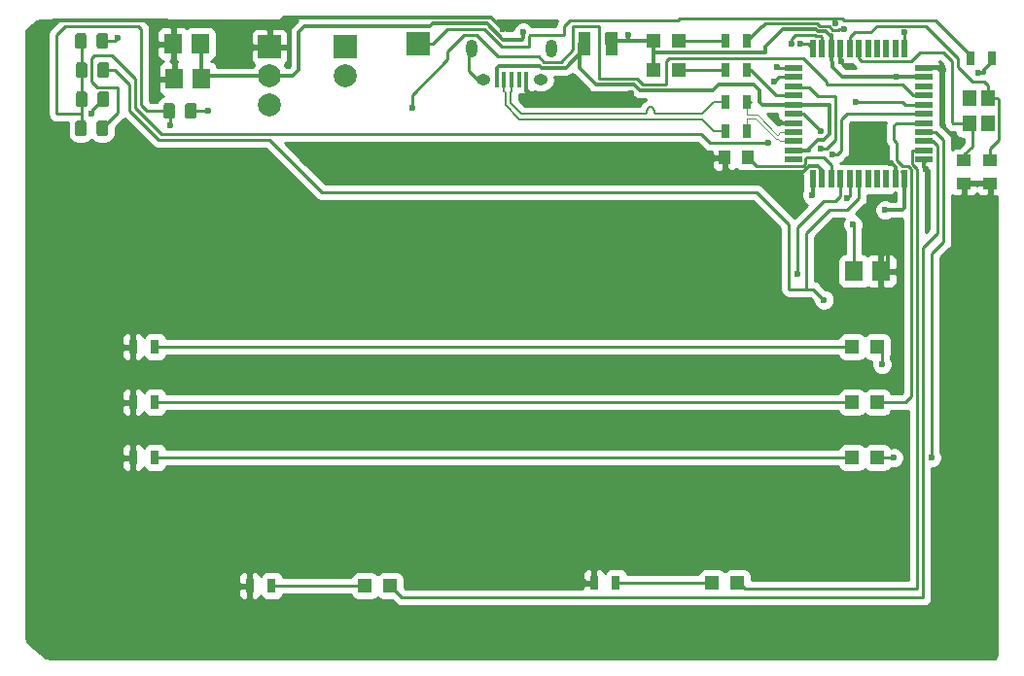
<source format=gbr>
G04 #@! TF.GenerationSoftware,KiCad,Pcbnew,(5.0.1-3-g963ef8bb5)*
G04 #@! TF.CreationDate,2018-11-30T08:58:15+00:00*
G04 #@! TF.ProjectId,invitation,696E7669746174696F6E2E6B69636164,rev?*
G04 #@! TF.SameCoordinates,Original*
G04 #@! TF.FileFunction,Copper,L2,Bot,Signal*
G04 #@! TF.FilePolarity,Positive*
%FSLAX46Y46*%
G04 Gerber Fmt 4.6, Leading zero omitted, Abs format (unit mm)*
G04 Created by KiCad (PCBNEW (5.0.1-3-g963ef8bb5)) date Friday, 30 November 2018 at 08:58:15*
%MOMM*%
%LPD*%
G01*
G04 APERTURE LIST*
G04 #@! TA.AperFunction,SMDPad,CuDef*
%ADD10R,0.400000X1.350000*%
G04 #@! TD*
G04 #@! TA.AperFunction,ComponentPad*
%ADD11O,1.250000X0.950000*%
G04 #@! TD*
G04 #@! TA.AperFunction,ComponentPad*
%ADD12O,1.000000X1.550000*%
G04 #@! TD*
G04 #@! TA.AperFunction,SMDPad,CuDef*
%ADD13R,1.500000X0.550000*%
G04 #@! TD*
G04 #@! TA.AperFunction,SMDPad,CuDef*
%ADD14R,0.550000X1.500000*%
G04 #@! TD*
G04 #@! TA.AperFunction,SMDPad,CuDef*
%ADD15R,1.140000X2.030000*%
G04 #@! TD*
G04 #@! TA.AperFunction,SMDPad,CuDef*
%ADD16R,1.200000X1.400000*%
G04 #@! TD*
G04 #@! TA.AperFunction,SMDPad,CuDef*
%ADD17R,1.200000X1.200000*%
G04 #@! TD*
G04 #@! TA.AperFunction,SMDPad,CuDef*
%ADD18R,0.700000X1.300000*%
G04 #@! TD*
G04 #@! TA.AperFunction,SMDPad,CuDef*
%ADD19R,1.250000X1.000000*%
G04 #@! TD*
G04 #@! TA.AperFunction,SMDPad,CuDef*
%ADD20R,1.000000X1.250000*%
G04 #@! TD*
G04 #@! TA.AperFunction,SMDPad,CuDef*
%ADD21R,1.550000X1.800000*%
G04 #@! TD*
G04 #@! TA.AperFunction,ComponentPad*
%ADD22R,2.000000X2.000000*%
G04 #@! TD*
G04 #@! TA.AperFunction,ComponentPad*
%ADD23C,2.000000*%
G04 #@! TD*
G04 #@! TA.AperFunction,Conductor*
%ADD24C,0.100000*%
G04 #@! TD*
G04 #@! TA.AperFunction,SMDPad,CuDef*
%ADD25C,0.975000*%
G04 #@! TD*
G04 #@! TA.AperFunction,ViaPad*
%ADD26C,0.600000*%
G04 #@! TD*
G04 #@! TA.AperFunction,Conductor*
%ADD27C,0.300000*%
G04 #@! TD*
G04 #@! TA.AperFunction,Conductor*
%ADD28C,0.250000*%
G04 #@! TD*
G04 #@! TA.AperFunction,Conductor*
%ADD29C,0.125000*%
G04 #@! TD*
G04 #@! TA.AperFunction,Conductor*
%ADD30C,0.200000*%
G04 #@! TD*
G04 #@! TA.AperFunction,Conductor*
%ADD31C,0.254000*%
G04 #@! TD*
G04 APERTURE END LIST*
D10*
G04 #@! TO.P,P1,1*
G04 #@! TO.N,USBVCC*
X161005100Y-77000540D03*
G04 #@! TO.P,P1,2*
G04 #@! TO.N,/Data-*
X161655100Y-77000540D03*
G04 #@! TO.P,P1,3*
G04 #@! TO.N,/Data+*
X162305100Y-77000540D03*
G04 #@! TO.P,P1,4*
G04 #@! TO.N,Net-(P1-Pad4)*
X162955100Y-77000540D03*
G04 #@! TO.P,P1,5*
G04 #@! TO.N,GND*
X163605100Y-77000540D03*
D11*
G04 #@! TO.P,P1,6*
G04 #@! TO.N,Net-(P1-Pad6)*
X159805100Y-77000540D03*
X164805100Y-77000540D03*
D12*
X158805100Y-74300540D03*
X165805100Y-74300540D03*
G04 #@! TD*
D13*
G04 #@! TO.P,U1,1*
G04 #@! TO.N,Net-(U1-Pad1)*
X186832000Y-84010000D03*
G04 #@! TO.P,U1,2*
G04 #@! TO.N,USBVCC*
X186832000Y-83210000D03*
G04 #@! TO.P,U1,3*
G04 #@! TO.N,D-*
X186832000Y-82410000D03*
G04 #@! TO.P,U1,4*
G04 #@! TO.N,D+*
X186832000Y-81610000D03*
G04 #@! TO.P,U1,5*
G04 #@! TO.N,GND*
X186832000Y-80810000D03*
G04 #@! TO.P,U1,6*
G04 #@! TO.N,Net-(C0-Pad1)*
X186832000Y-80010000D03*
G04 #@! TO.P,U1,7*
G04 #@! TO.N,USBVCC*
X186832000Y-79210000D03*
G04 #@! TO.P,U1,8*
G04 #@! TO.N,RXLED*
X186832000Y-78410000D03*
G04 #@! TO.P,U1,9*
G04 #@! TO.N,SCLK*
X186832000Y-77610000D03*
G04 #@! TO.P,U1,10*
G04 #@! TO.N,MOSI*
X186832000Y-76810000D03*
G04 #@! TO.P,U1,11*
G04 #@! TO.N,MISO*
X186832000Y-76010000D03*
D14*
G04 #@! TO.P,U1,12*
G04 #@! TO.N,powerLED*
X188532000Y-74310000D03*
G04 #@! TO.P,U1,13*
G04 #@! TO.N,RESET*
X189332000Y-74310000D03*
G04 #@! TO.P,U1,14*
G04 #@! TO.N,VCC*
X190132000Y-74310000D03*
G04 #@! TO.P,U1,15*
G04 #@! TO.N,GND*
X190932000Y-74310000D03*
G04 #@! TO.P,U1,16*
G04 #@! TO.N,XTal2*
X191732000Y-74310000D03*
G04 #@! TO.P,U1,17*
G04 #@! TO.N,XTal1*
X192532000Y-74310000D03*
G04 #@! TO.P,U1,18*
G04 #@! TO.N,Net-(U1-Pad18)*
X193332000Y-74310000D03*
G04 #@! TO.P,U1,19*
G04 #@! TO.N,Net-(U1-Pad19)*
X194132000Y-74310000D03*
G04 #@! TO.P,U1,20*
G04 #@! TO.N,Net-(U1-Pad20)*
X194932000Y-74310000D03*
G04 #@! TO.P,U1,21*
G04 #@! TO.N,Net-(U1-Pad21)*
X195732000Y-74310000D03*
G04 #@! TO.P,U1,22*
G04 #@! TO.N,TXLED*
X196532000Y-74310000D03*
D13*
G04 #@! TO.P,U1,23*
G04 #@! TO.N,GND*
X198232000Y-76010000D03*
G04 #@! TO.P,U1,24*
G04 #@! TO.N,VCC*
X198232000Y-76810000D03*
G04 #@! TO.P,U1,25*
G04 #@! TO.N,Net-(U1-Pad25)*
X198232000Y-77610000D03*
G04 #@! TO.P,U1,26*
G04 #@! TO.N,upArrSens*
X198232000Y-78410000D03*
G04 #@! TO.P,U1,27*
G04 #@! TO.N,downArrSens*
X198232000Y-79210000D03*
G04 #@! TO.P,U1,28*
G04 #@! TO.N,downArrBtn*
X198232000Y-80010000D03*
G04 #@! TO.P,U1,29*
G04 #@! TO.N,nodeLED*
X198232000Y-80810000D03*
G04 #@! TO.P,U1,30*
G04 #@! TO.N,interactLED*
X198232000Y-81610000D03*
G04 #@! TO.P,U1,31*
G04 #@! TO.N,phoneLED*
X198232000Y-82410000D03*
G04 #@! TO.P,U1,32*
G04 #@! TO.N,emailLED*
X198232000Y-83210000D03*
G04 #@! TO.P,U1,33*
G04 #@! TO.N,GND*
X198232000Y-84010000D03*
D14*
G04 #@! TO.P,U1,34*
G04 #@! TO.N,VCC*
X196532000Y-85710000D03*
G04 #@! TO.P,U1,35*
G04 #@! TO.N,GND*
X195732000Y-85710000D03*
G04 #@! TO.P,U1,36*
G04 #@! TO.N,Net-(U1-Pad36)*
X194932000Y-85710000D03*
G04 #@! TO.P,U1,37*
G04 #@! TO.N,Net-(U1-Pad37)*
X194132000Y-85710000D03*
G04 #@! TO.P,U1,38*
G04 #@! TO.N,Net-(U1-Pad38)*
X193332000Y-85710000D03*
G04 #@! TO.P,U1,39*
G04 #@! TO.N,rightArrSens*
X192532000Y-85710000D03*
G04 #@! TO.P,U1,40*
G04 #@! TO.N,leftArrSens*
X191732000Y-85710000D03*
G04 #@! TO.P,U1,41*
G04 #@! TO.N,homeSens*
X190932000Y-85710000D03*
G04 #@! TO.P,U1,42*
G04 #@! TO.N,Net-(C3-Pad1)*
X190132000Y-85710000D03*
G04 #@! TO.P,U1,43*
G04 #@! TO.N,GND*
X189332000Y-85710000D03*
G04 #@! TO.P,U1,44*
G04 #@! TO.N,VCC*
X188532000Y-85710000D03*
G04 #@! TD*
D15*
G04 #@! TO.P,F1,1*
G04 #@! TO.N,USBVCC*
X168656000Y-73914000D03*
G04 #@! TO.P,F1,2*
G04 #@! TO.N,VCC*
X171056000Y-73914000D03*
G04 #@! TD*
D16*
G04 #@! TO.P,Y1,1*
G04 #@! TO.N,XTal1*
X202146000Y-80856000D03*
G04 #@! TO.P,Y1,3*
G04 #@! TO.N,N/C*
X202146000Y-78656000D03*
X203746000Y-80856000D03*
G04 #@! TO.P,Y1,2*
G04 #@! TO.N,XTal2*
X203746000Y-78656000D03*
G04 #@! TD*
D17*
G04 #@! TO.P,D1,2*
G04 #@! TO.N,powerLED*
X194140000Y-100330000D03*
G04 #@! TO.P,D1,1*
G04 #@! TO.N,Net-(D1-Pad1)*
X191940000Y-100330000D03*
G04 #@! TD*
G04 #@! TO.P,D2,2*
G04 #@! TO.N,nodeLED*
X194140000Y-105156000D03*
G04 #@! TO.P,D2,1*
G04 #@! TO.N,Net-(D2-Pad1)*
X191940000Y-105156000D03*
G04 #@! TD*
G04 #@! TO.P,D3,2*
G04 #@! TO.N,interactLED*
X194140000Y-109982000D03*
G04 #@! TO.P,D3,1*
G04 #@! TO.N,Net-(D3-Pad1)*
X191940000Y-109982000D03*
G04 #@! TD*
G04 #@! TO.P,D4,2*
G04 #@! TO.N,emailLED*
X181948000Y-120904000D03*
G04 #@! TO.P,D4,1*
G04 #@! TO.N,Net-(D4-Pad1)*
X179748000Y-120904000D03*
G04 #@! TD*
G04 #@! TO.P,D5,2*
G04 #@! TO.N,phoneLED*
X151722000Y-121158000D03*
G04 #@! TO.P,D5,1*
G04 #@! TO.N,Net-(D5-Pad1)*
X149522000Y-121158000D03*
G04 #@! TD*
D18*
G04 #@! TO.P,R1,1*
G04 #@! TO.N,Net-(D1-Pad1)*
X131252000Y-100330000D03*
G04 #@! TO.P,R1,2*
G04 #@! TO.N,GND*
X129352000Y-100330000D03*
G04 #@! TD*
G04 #@! TO.P,R2,1*
G04 #@! TO.N,Net-(D2-Pad1)*
X131252000Y-105156000D03*
G04 #@! TO.P,R2,2*
G04 #@! TO.N,GND*
X129352000Y-105156000D03*
G04 #@! TD*
G04 #@! TO.P,R3,1*
G04 #@! TO.N,Net-(D3-Pad1)*
X131252000Y-109982000D03*
G04 #@! TO.P,R3,2*
G04 #@! TO.N,GND*
X129352000Y-109982000D03*
G04 #@! TD*
G04 #@! TO.P,R4,1*
G04 #@! TO.N,Net-(D4-Pad1)*
X171384000Y-120904000D03*
G04 #@! TO.P,R4,2*
G04 #@! TO.N,GND*
X169484000Y-120904000D03*
G04 #@! TD*
G04 #@! TO.P,R5,1*
G04 #@! TO.N,Net-(D5-Pad1)*
X141412000Y-121158000D03*
G04 #@! TO.P,R5,2*
G04 #@! TO.N,GND*
X139512000Y-121158000D03*
G04 #@! TD*
G04 #@! TO.P,R8,1*
G04 #@! TO.N,D+*
X182814000Y-78994000D03*
G04 #@! TO.P,R8,2*
G04 #@! TO.N,/Data+*
X180914000Y-78994000D03*
G04 #@! TD*
G04 #@! TO.P,R9,1*
G04 #@! TO.N,D-*
X182814000Y-81534000D03*
G04 #@! TO.P,R9,2*
G04 #@! TO.N,/Data-*
X180914000Y-81534000D03*
G04 #@! TD*
G04 #@! TO.P,R10,1*
G04 #@! TO.N,RESET*
X202250000Y-75184000D03*
G04 #@! TO.P,R10,2*
G04 #@! TO.N,VCC*
X204150000Y-75184000D03*
G04 #@! TD*
D19*
G04 #@! TO.P,C1,1*
G04 #@! TO.N,XTal2*
X203962000Y-84090000D03*
G04 #@! TO.P,C1,2*
G04 #@! TO.N,GND*
X203962000Y-86090000D03*
G04 #@! TD*
G04 #@! TO.P,C2,1*
G04 #@! TO.N,XTal1*
X201676000Y-84090000D03*
G04 #@! TO.P,C2,2*
G04 #@! TO.N,GND*
X201676000Y-86090000D03*
G04 #@! TD*
D20*
G04 #@! TO.P,C3,1*
G04 #@! TO.N,Net-(C3-Pad1)*
X182864000Y-83820000D03*
G04 #@! TO.P,C3,2*
G04 #@! TO.N,GND*
X180864000Y-83820000D03*
G04 #@! TD*
D21*
G04 #@! TO.P,C4,1*
G04 #@! TO.N,VCC*
X135192000Y-73914000D03*
G04 #@! TO.P,C4,2*
G04 #@! TO.N,GND*
X132842000Y-73914000D03*
G04 #@! TD*
G04 #@! TO.P,C5,1*
G04 #@! TO.N,VCC*
X135287000Y-76962000D03*
G04 #@! TO.P,C5,2*
G04 #@! TO.N,GND*
X132937000Y-76962000D03*
G04 #@! TD*
D22*
G04 #@! TO.P,P3,1*
G04 #@! TO.N,GND*
X141224000Y-74168000D03*
D23*
G04 #@! TO.P,P3,2*
G04 #@! TO.N,VCC*
X141224000Y-76708000D03*
G04 #@! TO.P,P3,3*
G04 #@! TO.N,SCLK*
X141224000Y-79248000D03*
G04 #@! TD*
D22*
G04 #@! TO.P,P8,1*
G04 #@! TO.N,RESET*
X154178000Y-73914000D03*
G04 #@! TD*
G04 #@! TO.P,P9,1*
G04 #@! TO.N,MOSI*
X147828000Y-74168000D03*
D23*
G04 #@! TO.P,P9,2*
G04 #@! TO.N,MISO*
X147828000Y-76708000D03*
G04 #@! TD*
D21*
G04 #@! TO.P,C0,1*
G04 #@! TO.N,Net-(C0-Pad1)*
X192119000Y-93726000D03*
G04 #@! TO.P,C0,2*
G04 #@! TO.N,GND*
X194469000Y-93726000D03*
G04 #@! TD*
D17*
G04 #@! TO.P,D6,2*
G04 #@! TO.N,VCC*
X174668000Y-73660000D03*
G04 #@! TO.P,D6,1*
G04 #@! TO.N,Net-(D6-Pad1)*
X176868000Y-73660000D03*
G04 #@! TD*
G04 #@! TO.P,D7,2*
G04 #@! TO.N,VCC*
X174668000Y-76200000D03*
G04 #@! TO.P,D7,1*
G04 #@! TO.N,Net-(D7-Pad1)*
X176868000Y-76200000D03*
G04 #@! TD*
D18*
G04 #@! TO.P,R6,1*
G04 #@! TO.N,TXLED*
X182814000Y-73660000D03*
G04 #@! TO.P,R6,2*
G04 #@! TO.N,Net-(D6-Pad1)*
X180914000Y-73660000D03*
G04 #@! TD*
G04 #@! TO.P,R7,1*
G04 #@! TO.N,RXLED*
X182814000Y-76200000D03*
G04 #@! TO.P,R7,2*
G04 #@! TO.N,Net-(D7-Pad1)*
X180914000Y-76200000D03*
G04 #@! TD*
D24*
G04 #@! TO.N,homeSens*
G04 #@! TO.C,R11*
G36*
X134633642Y-79057174D02*
X134657303Y-79060684D01*
X134680507Y-79066496D01*
X134703029Y-79074554D01*
X134724653Y-79084782D01*
X134745170Y-79097079D01*
X134764383Y-79111329D01*
X134782107Y-79127393D01*
X134798171Y-79145117D01*
X134812421Y-79164330D01*
X134824718Y-79184847D01*
X134834946Y-79206471D01*
X134843004Y-79228993D01*
X134848816Y-79252197D01*
X134852326Y-79275858D01*
X134853500Y-79299750D01*
X134853500Y-80212250D01*
X134852326Y-80236142D01*
X134848816Y-80259803D01*
X134843004Y-80283007D01*
X134834946Y-80305529D01*
X134824718Y-80327153D01*
X134812421Y-80347670D01*
X134798171Y-80366883D01*
X134782107Y-80384607D01*
X134764383Y-80400671D01*
X134745170Y-80414921D01*
X134724653Y-80427218D01*
X134703029Y-80437446D01*
X134680507Y-80445504D01*
X134657303Y-80451316D01*
X134633642Y-80454826D01*
X134609750Y-80456000D01*
X134122250Y-80456000D01*
X134098358Y-80454826D01*
X134074697Y-80451316D01*
X134051493Y-80445504D01*
X134028971Y-80437446D01*
X134007347Y-80427218D01*
X133986830Y-80414921D01*
X133967617Y-80400671D01*
X133949893Y-80384607D01*
X133933829Y-80366883D01*
X133919579Y-80347670D01*
X133907282Y-80327153D01*
X133897054Y-80305529D01*
X133888996Y-80283007D01*
X133883184Y-80259803D01*
X133879674Y-80236142D01*
X133878500Y-80212250D01*
X133878500Y-79299750D01*
X133879674Y-79275858D01*
X133883184Y-79252197D01*
X133888996Y-79228993D01*
X133897054Y-79206471D01*
X133907282Y-79184847D01*
X133919579Y-79164330D01*
X133933829Y-79145117D01*
X133949893Y-79127393D01*
X133967617Y-79111329D01*
X133986830Y-79097079D01*
X134007347Y-79084782D01*
X134028971Y-79074554D01*
X134051493Y-79066496D01*
X134074697Y-79060684D01*
X134098358Y-79057174D01*
X134122250Y-79056000D01*
X134609750Y-79056000D01*
X134633642Y-79057174D01*
X134633642Y-79057174D01*
G37*
D25*
G04 #@! TD*
G04 #@! TO.P,R11,1*
G04 #@! TO.N,homeSens*
X134366000Y-79756000D03*
D24*
G04 #@! TO.N,downArrBtn*
G04 #@! TO.C,R11*
G36*
X132758642Y-79057174D02*
X132782303Y-79060684D01*
X132805507Y-79066496D01*
X132828029Y-79074554D01*
X132849653Y-79084782D01*
X132870170Y-79097079D01*
X132889383Y-79111329D01*
X132907107Y-79127393D01*
X132923171Y-79145117D01*
X132937421Y-79164330D01*
X132949718Y-79184847D01*
X132959946Y-79206471D01*
X132968004Y-79228993D01*
X132973816Y-79252197D01*
X132977326Y-79275858D01*
X132978500Y-79299750D01*
X132978500Y-80212250D01*
X132977326Y-80236142D01*
X132973816Y-80259803D01*
X132968004Y-80283007D01*
X132959946Y-80305529D01*
X132949718Y-80327153D01*
X132937421Y-80347670D01*
X132923171Y-80366883D01*
X132907107Y-80384607D01*
X132889383Y-80400671D01*
X132870170Y-80414921D01*
X132849653Y-80427218D01*
X132828029Y-80437446D01*
X132805507Y-80445504D01*
X132782303Y-80451316D01*
X132758642Y-80454826D01*
X132734750Y-80456000D01*
X132247250Y-80456000D01*
X132223358Y-80454826D01*
X132199697Y-80451316D01*
X132176493Y-80445504D01*
X132153971Y-80437446D01*
X132132347Y-80427218D01*
X132111830Y-80414921D01*
X132092617Y-80400671D01*
X132074893Y-80384607D01*
X132058829Y-80366883D01*
X132044579Y-80347670D01*
X132032282Y-80327153D01*
X132022054Y-80305529D01*
X132013996Y-80283007D01*
X132008184Y-80259803D01*
X132004674Y-80236142D01*
X132003500Y-80212250D01*
X132003500Y-79299750D01*
X132004674Y-79275858D01*
X132008184Y-79252197D01*
X132013996Y-79228993D01*
X132022054Y-79206471D01*
X132032282Y-79184847D01*
X132044579Y-79164330D01*
X132058829Y-79145117D01*
X132074893Y-79127393D01*
X132092617Y-79111329D01*
X132111830Y-79097079D01*
X132132347Y-79084782D01*
X132153971Y-79074554D01*
X132176493Y-79066496D01*
X132199697Y-79060684D01*
X132223358Y-79057174D01*
X132247250Y-79056000D01*
X132734750Y-79056000D01*
X132758642Y-79057174D01*
X132758642Y-79057174D01*
G37*
D25*
G04 #@! TD*
G04 #@! TO.P,R11,2*
G04 #@! TO.N,downArrBtn*
X132491000Y-79756000D03*
D24*
G04 #@! TO.N,downArrBtn*
G04 #@! TO.C,R12*
G36*
X125060142Y-72961174D02*
X125083803Y-72964684D01*
X125107007Y-72970496D01*
X125129529Y-72978554D01*
X125151153Y-72988782D01*
X125171670Y-73001079D01*
X125190883Y-73015329D01*
X125208607Y-73031393D01*
X125224671Y-73049117D01*
X125238921Y-73068330D01*
X125251218Y-73088847D01*
X125261446Y-73110471D01*
X125269504Y-73132993D01*
X125275316Y-73156197D01*
X125278826Y-73179858D01*
X125280000Y-73203750D01*
X125280000Y-74116250D01*
X125278826Y-74140142D01*
X125275316Y-74163803D01*
X125269504Y-74187007D01*
X125261446Y-74209529D01*
X125251218Y-74231153D01*
X125238921Y-74251670D01*
X125224671Y-74270883D01*
X125208607Y-74288607D01*
X125190883Y-74304671D01*
X125171670Y-74318921D01*
X125151153Y-74331218D01*
X125129529Y-74341446D01*
X125107007Y-74349504D01*
X125083803Y-74355316D01*
X125060142Y-74358826D01*
X125036250Y-74360000D01*
X124548750Y-74360000D01*
X124524858Y-74358826D01*
X124501197Y-74355316D01*
X124477993Y-74349504D01*
X124455471Y-74341446D01*
X124433847Y-74331218D01*
X124413330Y-74318921D01*
X124394117Y-74304671D01*
X124376393Y-74288607D01*
X124360329Y-74270883D01*
X124346079Y-74251670D01*
X124333782Y-74231153D01*
X124323554Y-74209529D01*
X124315496Y-74187007D01*
X124309684Y-74163803D01*
X124306174Y-74140142D01*
X124305000Y-74116250D01*
X124305000Y-73203750D01*
X124306174Y-73179858D01*
X124309684Y-73156197D01*
X124315496Y-73132993D01*
X124323554Y-73110471D01*
X124333782Y-73088847D01*
X124346079Y-73068330D01*
X124360329Y-73049117D01*
X124376393Y-73031393D01*
X124394117Y-73015329D01*
X124413330Y-73001079D01*
X124433847Y-72988782D01*
X124455471Y-72978554D01*
X124477993Y-72970496D01*
X124501197Y-72964684D01*
X124524858Y-72961174D01*
X124548750Y-72960000D01*
X125036250Y-72960000D01*
X125060142Y-72961174D01*
X125060142Y-72961174D01*
G37*
D25*
G04 #@! TD*
G04 #@! TO.P,R12,2*
G04 #@! TO.N,downArrBtn*
X124792500Y-73660000D03*
D24*
G04 #@! TO.N,leftArrSens*
G04 #@! TO.C,R12*
G36*
X126935142Y-72961174D02*
X126958803Y-72964684D01*
X126982007Y-72970496D01*
X127004529Y-72978554D01*
X127026153Y-72988782D01*
X127046670Y-73001079D01*
X127065883Y-73015329D01*
X127083607Y-73031393D01*
X127099671Y-73049117D01*
X127113921Y-73068330D01*
X127126218Y-73088847D01*
X127136446Y-73110471D01*
X127144504Y-73132993D01*
X127150316Y-73156197D01*
X127153826Y-73179858D01*
X127155000Y-73203750D01*
X127155000Y-74116250D01*
X127153826Y-74140142D01*
X127150316Y-74163803D01*
X127144504Y-74187007D01*
X127136446Y-74209529D01*
X127126218Y-74231153D01*
X127113921Y-74251670D01*
X127099671Y-74270883D01*
X127083607Y-74288607D01*
X127065883Y-74304671D01*
X127046670Y-74318921D01*
X127026153Y-74331218D01*
X127004529Y-74341446D01*
X126982007Y-74349504D01*
X126958803Y-74355316D01*
X126935142Y-74358826D01*
X126911250Y-74360000D01*
X126423750Y-74360000D01*
X126399858Y-74358826D01*
X126376197Y-74355316D01*
X126352993Y-74349504D01*
X126330471Y-74341446D01*
X126308847Y-74331218D01*
X126288330Y-74318921D01*
X126269117Y-74304671D01*
X126251393Y-74288607D01*
X126235329Y-74270883D01*
X126221079Y-74251670D01*
X126208782Y-74231153D01*
X126198554Y-74209529D01*
X126190496Y-74187007D01*
X126184684Y-74163803D01*
X126181174Y-74140142D01*
X126180000Y-74116250D01*
X126180000Y-73203750D01*
X126181174Y-73179858D01*
X126184684Y-73156197D01*
X126190496Y-73132993D01*
X126198554Y-73110471D01*
X126208782Y-73088847D01*
X126221079Y-73068330D01*
X126235329Y-73049117D01*
X126251393Y-73031393D01*
X126269117Y-73015329D01*
X126288330Y-73001079D01*
X126308847Y-72988782D01*
X126330471Y-72978554D01*
X126352993Y-72970496D01*
X126376197Y-72964684D01*
X126399858Y-72961174D01*
X126423750Y-72960000D01*
X126911250Y-72960000D01*
X126935142Y-72961174D01*
X126935142Y-72961174D01*
G37*
D25*
G04 #@! TD*
G04 #@! TO.P,R12,1*
G04 #@! TO.N,leftArrSens*
X126667500Y-73660000D03*
D24*
G04 #@! TO.N,rightArrSens*
G04 #@! TO.C,R13*
G36*
X127013642Y-75501174D02*
X127037303Y-75504684D01*
X127060507Y-75510496D01*
X127083029Y-75518554D01*
X127104653Y-75528782D01*
X127125170Y-75541079D01*
X127144383Y-75555329D01*
X127162107Y-75571393D01*
X127178171Y-75589117D01*
X127192421Y-75608330D01*
X127204718Y-75628847D01*
X127214946Y-75650471D01*
X127223004Y-75672993D01*
X127228816Y-75696197D01*
X127232326Y-75719858D01*
X127233500Y-75743750D01*
X127233500Y-76656250D01*
X127232326Y-76680142D01*
X127228816Y-76703803D01*
X127223004Y-76727007D01*
X127214946Y-76749529D01*
X127204718Y-76771153D01*
X127192421Y-76791670D01*
X127178171Y-76810883D01*
X127162107Y-76828607D01*
X127144383Y-76844671D01*
X127125170Y-76858921D01*
X127104653Y-76871218D01*
X127083029Y-76881446D01*
X127060507Y-76889504D01*
X127037303Y-76895316D01*
X127013642Y-76898826D01*
X126989750Y-76900000D01*
X126502250Y-76900000D01*
X126478358Y-76898826D01*
X126454697Y-76895316D01*
X126431493Y-76889504D01*
X126408971Y-76881446D01*
X126387347Y-76871218D01*
X126366830Y-76858921D01*
X126347617Y-76844671D01*
X126329893Y-76828607D01*
X126313829Y-76810883D01*
X126299579Y-76791670D01*
X126287282Y-76771153D01*
X126277054Y-76749529D01*
X126268996Y-76727007D01*
X126263184Y-76703803D01*
X126259674Y-76680142D01*
X126258500Y-76656250D01*
X126258500Y-75743750D01*
X126259674Y-75719858D01*
X126263184Y-75696197D01*
X126268996Y-75672993D01*
X126277054Y-75650471D01*
X126287282Y-75628847D01*
X126299579Y-75608330D01*
X126313829Y-75589117D01*
X126329893Y-75571393D01*
X126347617Y-75555329D01*
X126366830Y-75541079D01*
X126387347Y-75528782D01*
X126408971Y-75518554D01*
X126431493Y-75510496D01*
X126454697Y-75504684D01*
X126478358Y-75501174D01*
X126502250Y-75500000D01*
X126989750Y-75500000D01*
X127013642Y-75501174D01*
X127013642Y-75501174D01*
G37*
D25*
G04 #@! TD*
G04 #@! TO.P,R13,1*
G04 #@! TO.N,rightArrSens*
X126746000Y-76200000D03*
D24*
G04 #@! TO.N,downArrBtn*
G04 #@! TO.C,R13*
G36*
X125138642Y-75501174D02*
X125162303Y-75504684D01*
X125185507Y-75510496D01*
X125208029Y-75518554D01*
X125229653Y-75528782D01*
X125250170Y-75541079D01*
X125269383Y-75555329D01*
X125287107Y-75571393D01*
X125303171Y-75589117D01*
X125317421Y-75608330D01*
X125329718Y-75628847D01*
X125339946Y-75650471D01*
X125348004Y-75672993D01*
X125353816Y-75696197D01*
X125357326Y-75719858D01*
X125358500Y-75743750D01*
X125358500Y-76656250D01*
X125357326Y-76680142D01*
X125353816Y-76703803D01*
X125348004Y-76727007D01*
X125339946Y-76749529D01*
X125329718Y-76771153D01*
X125317421Y-76791670D01*
X125303171Y-76810883D01*
X125287107Y-76828607D01*
X125269383Y-76844671D01*
X125250170Y-76858921D01*
X125229653Y-76871218D01*
X125208029Y-76881446D01*
X125185507Y-76889504D01*
X125162303Y-76895316D01*
X125138642Y-76898826D01*
X125114750Y-76900000D01*
X124627250Y-76900000D01*
X124603358Y-76898826D01*
X124579697Y-76895316D01*
X124556493Y-76889504D01*
X124533971Y-76881446D01*
X124512347Y-76871218D01*
X124491830Y-76858921D01*
X124472617Y-76844671D01*
X124454893Y-76828607D01*
X124438829Y-76810883D01*
X124424579Y-76791670D01*
X124412282Y-76771153D01*
X124402054Y-76749529D01*
X124393996Y-76727007D01*
X124388184Y-76703803D01*
X124384674Y-76680142D01*
X124383500Y-76656250D01*
X124383500Y-75743750D01*
X124384674Y-75719858D01*
X124388184Y-75696197D01*
X124393996Y-75672993D01*
X124402054Y-75650471D01*
X124412282Y-75628847D01*
X124424579Y-75608330D01*
X124438829Y-75589117D01*
X124454893Y-75571393D01*
X124472617Y-75555329D01*
X124491830Y-75541079D01*
X124512347Y-75528782D01*
X124533971Y-75518554D01*
X124556493Y-75510496D01*
X124579697Y-75504684D01*
X124603358Y-75501174D01*
X124627250Y-75500000D01*
X125114750Y-75500000D01*
X125138642Y-75501174D01*
X125138642Y-75501174D01*
G37*
D25*
G04 #@! TD*
G04 #@! TO.P,R13,2*
G04 #@! TO.N,downArrBtn*
X124871000Y-76200000D03*
D24*
G04 #@! TO.N,downArrBtn*
G04 #@! TO.C,R14*
G36*
X125138642Y-78041174D02*
X125162303Y-78044684D01*
X125185507Y-78050496D01*
X125208029Y-78058554D01*
X125229653Y-78068782D01*
X125250170Y-78081079D01*
X125269383Y-78095329D01*
X125287107Y-78111393D01*
X125303171Y-78129117D01*
X125317421Y-78148330D01*
X125329718Y-78168847D01*
X125339946Y-78190471D01*
X125348004Y-78212993D01*
X125353816Y-78236197D01*
X125357326Y-78259858D01*
X125358500Y-78283750D01*
X125358500Y-79196250D01*
X125357326Y-79220142D01*
X125353816Y-79243803D01*
X125348004Y-79267007D01*
X125339946Y-79289529D01*
X125329718Y-79311153D01*
X125317421Y-79331670D01*
X125303171Y-79350883D01*
X125287107Y-79368607D01*
X125269383Y-79384671D01*
X125250170Y-79398921D01*
X125229653Y-79411218D01*
X125208029Y-79421446D01*
X125185507Y-79429504D01*
X125162303Y-79435316D01*
X125138642Y-79438826D01*
X125114750Y-79440000D01*
X124627250Y-79440000D01*
X124603358Y-79438826D01*
X124579697Y-79435316D01*
X124556493Y-79429504D01*
X124533971Y-79421446D01*
X124512347Y-79411218D01*
X124491830Y-79398921D01*
X124472617Y-79384671D01*
X124454893Y-79368607D01*
X124438829Y-79350883D01*
X124424579Y-79331670D01*
X124412282Y-79311153D01*
X124402054Y-79289529D01*
X124393996Y-79267007D01*
X124388184Y-79243803D01*
X124384674Y-79220142D01*
X124383500Y-79196250D01*
X124383500Y-78283750D01*
X124384674Y-78259858D01*
X124388184Y-78236197D01*
X124393996Y-78212993D01*
X124402054Y-78190471D01*
X124412282Y-78168847D01*
X124424579Y-78148330D01*
X124438829Y-78129117D01*
X124454893Y-78111393D01*
X124472617Y-78095329D01*
X124491830Y-78081079D01*
X124512347Y-78068782D01*
X124533971Y-78058554D01*
X124556493Y-78050496D01*
X124579697Y-78044684D01*
X124603358Y-78041174D01*
X124627250Y-78040000D01*
X125114750Y-78040000D01*
X125138642Y-78041174D01*
X125138642Y-78041174D01*
G37*
D25*
G04 #@! TD*
G04 #@! TO.P,R14,2*
G04 #@! TO.N,downArrBtn*
X124871000Y-78740000D03*
D24*
G04 #@! TO.N,upArrSens*
G04 #@! TO.C,R14*
G36*
X127013642Y-78041174D02*
X127037303Y-78044684D01*
X127060507Y-78050496D01*
X127083029Y-78058554D01*
X127104653Y-78068782D01*
X127125170Y-78081079D01*
X127144383Y-78095329D01*
X127162107Y-78111393D01*
X127178171Y-78129117D01*
X127192421Y-78148330D01*
X127204718Y-78168847D01*
X127214946Y-78190471D01*
X127223004Y-78212993D01*
X127228816Y-78236197D01*
X127232326Y-78259858D01*
X127233500Y-78283750D01*
X127233500Y-79196250D01*
X127232326Y-79220142D01*
X127228816Y-79243803D01*
X127223004Y-79267007D01*
X127214946Y-79289529D01*
X127204718Y-79311153D01*
X127192421Y-79331670D01*
X127178171Y-79350883D01*
X127162107Y-79368607D01*
X127144383Y-79384671D01*
X127125170Y-79398921D01*
X127104653Y-79411218D01*
X127083029Y-79421446D01*
X127060507Y-79429504D01*
X127037303Y-79435316D01*
X127013642Y-79438826D01*
X126989750Y-79440000D01*
X126502250Y-79440000D01*
X126478358Y-79438826D01*
X126454697Y-79435316D01*
X126431493Y-79429504D01*
X126408971Y-79421446D01*
X126387347Y-79411218D01*
X126366830Y-79398921D01*
X126347617Y-79384671D01*
X126329893Y-79368607D01*
X126313829Y-79350883D01*
X126299579Y-79331670D01*
X126287282Y-79311153D01*
X126277054Y-79289529D01*
X126268996Y-79267007D01*
X126263184Y-79243803D01*
X126259674Y-79220142D01*
X126258500Y-79196250D01*
X126258500Y-78283750D01*
X126259674Y-78259858D01*
X126263184Y-78236197D01*
X126268996Y-78212993D01*
X126277054Y-78190471D01*
X126287282Y-78168847D01*
X126299579Y-78148330D01*
X126313829Y-78129117D01*
X126329893Y-78111393D01*
X126347617Y-78095329D01*
X126366830Y-78081079D01*
X126387347Y-78068782D01*
X126408971Y-78058554D01*
X126431493Y-78050496D01*
X126454697Y-78044684D01*
X126478358Y-78041174D01*
X126502250Y-78040000D01*
X126989750Y-78040000D01*
X127013642Y-78041174D01*
X127013642Y-78041174D01*
G37*
D25*
G04 #@! TD*
G04 #@! TO.P,R14,1*
G04 #@! TO.N,upArrSens*
X126746000Y-78740000D03*
D24*
G04 #@! TO.N,downArrSens*
G04 #@! TO.C,R15*
G36*
X126935142Y-80581174D02*
X126958803Y-80584684D01*
X126982007Y-80590496D01*
X127004529Y-80598554D01*
X127026153Y-80608782D01*
X127046670Y-80621079D01*
X127065883Y-80635329D01*
X127083607Y-80651393D01*
X127099671Y-80669117D01*
X127113921Y-80688330D01*
X127126218Y-80708847D01*
X127136446Y-80730471D01*
X127144504Y-80752993D01*
X127150316Y-80776197D01*
X127153826Y-80799858D01*
X127155000Y-80823750D01*
X127155000Y-81736250D01*
X127153826Y-81760142D01*
X127150316Y-81783803D01*
X127144504Y-81807007D01*
X127136446Y-81829529D01*
X127126218Y-81851153D01*
X127113921Y-81871670D01*
X127099671Y-81890883D01*
X127083607Y-81908607D01*
X127065883Y-81924671D01*
X127046670Y-81938921D01*
X127026153Y-81951218D01*
X127004529Y-81961446D01*
X126982007Y-81969504D01*
X126958803Y-81975316D01*
X126935142Y-81978826D01*
X126911250Y-81980000D01*
X126423750Y-81980000D01*
X126399858Y-81978826D01*
X126376197Y-81975316D01*
X126352993Y-81969504D01*
X126330471Y-81961446D01*
X126308847Y-81951218D01*
X126288330Y-81938921D01*
X126269117Y-81924671D01*
X126251393Y-81908607D01*
X126235329Y-81890883D01*
X126221079Y-81871670D01*
X126208782Y-81851153D01*
X126198554Y-81829529D01*
X126190496Y-81807007D01*
X126184684Y-81783803D01*
X126181174Y-81760142D01*
X126180000Y-81736250D01*
X126180000Y-80823750D01*
X126181174Y-80799858D01*
X126184684Y-80776197D01*
X126190496Y-80752993D01*
X126198554Y-80730471D01*
X126208782Y-80708847D01*
X126221079Y-80688330D01*
X126235329Y-80669117D01*
X126251393Y-80651393D01*
X126269117Y-80635329D01*
X126288330Y-80621079D01*
X126308847Y-80608782D01*
X126330471Y-80598554D01*
X126352993Y-80590496D01*
X126376197Y-80584684D01*
X126399858Y-80581174D01*
X126423750Y-80580000D01*
X126911250Y-80580000D01*
X126935142Y-80581174D01*
X126935142Y-80581174D01*
G37*
D25*
G04 #@! TD*
G04 #@! TO.P,R15,1*
G04 #@! TO.N,downArrSens*
X126667500Y-81280000D03*
D24*
G04 #@! TO.N,downArrBtn*
G04 #@! TO.C,R15*
G36*
X125060142Y-80581174D02*
X125083803Y-80584684D01*
X125107007Y-80590496D01*
X125129529Y-80598554D01*
X125151153Y-80608782D01*
X125171670Y-80621079D01*
X125190883Y-80635329D01*
X125208607Y-80651393D01*
X125224671Y-80669117D01*
X125238921Y-80688330D01*
X125251218Y-80708847D01*
X125261446Y-80730471D01*
X125269504Y-80752993D01*
X125275316Y-80776197D01*
X125278826Y-80799858D01*
X125280000Y-80823750D01*
X125280000Y-81736250D01*
X125278826Y-81760142D01*
X125275316Y-81783803D01*
X125269504Y-81807007D01*
X125261446Y-81829529D01*
X125251218Y-81851153D01*
X125238921Y-81871670D01*
X125224671Y-81890883D01*
X125208607Y-81908607D01*
X125190883Y-81924671D01*
X125171670Y-81938921D01*
X125151153Y-81951218D01*
X125129529Y-81961446D01*
X125107007Y-81969504D01*
X125083803Y-81975316D01*
X125060142Y-81978826D01*
X125036250Y-81980000D01*
X124548750Y-81980000D01*
X124524858Y-81978826D01*
X124501197Y-81975316D01*
X124477993Y-81969504D01*
X124455471Y-81961446D01*
X124433847Y-81951218D01*
X124413330Y-81938921D01*
X124394117Y-81924671D01*
X124376393Y-81908607D01*
X124360329Y-81890883D01*
X124346079Y-81871670D01*
X124333782Y-81851153D01*
X124323554Y-81829529D01*
X124315496Y-81807007D01*
X124309684Y-81783803D01*
X124306174Y-81760142D01*
X124305000Y-81736250D01*
X124305000Y-80823750D01*
X124306174Y-80799858D01*
X124309684Y-80776197D01*
X124315496Y-80752993D01*
X124323554Y-80730471D01*
X124333782Y-80708847D01*
X124346079Y-80688330D01*
X124360329Y-80669117D01*
X124376393Y-80651393D01*
X124394117Y-80635329D01*
X124413330Y-80621079D01*
X124433847Y-80608782D01*
X124455471Y-80598554D01*
X124477993Y-80590496D01*
X124501197Y-80584684D01*
X124524858Y-80581174D01*
X124548750Y-80580000D01*
X125036250Y-80580000D01*
X125060142Y-80581174D01*
X125060142Y-80581174D01*
G37*
D25*
G04 #@! TD*
G04 #@! TO.P,R15,2*
G04 #@! TO.N,downArrBtn*
X124792500Y-81280000D03*
D26*
G04 #@! TO.N,GND*
X191008000Y-75438000D03*
X199898000Y-76200000D03*
X195580000Y-91440000D03*
X198374000Y-84836000D03*
X201676000Y-87884000D03*
X179578000Y-83820000D03*
X185674000Y-80772000D03*
X172720000Y-78232000D03*
X161500000Y-72650000D03*
X195326000Y-84328000D03*
G04 #@! TO.N,VCC*
X195834000Y-76810000D03*
X172466000Y-73152000D03*
X163322000Y-72898000D03*
X188468000Y-87122000D03*
X202946000Y-76454000D03*
X194818000Y-88392000D03*
G04 #@! TO.N,interactLED*
X195580000Y-109982000D03*
X198882000Y-109982000D03*
G04 #@! TO.N,SCLK*
X189230000Y-83058000D03*
G04 #@! TO.N,MISO*
X185420000Y-75946000D03*
G04 #@! TO.N,MOSI*
X185166000Y-77216000D03*
G04 #@! TO.N,RESET*
X190500000Y-72136000D03*
X186690000Y-73914000D03*
G04 #@! TO.N,TXLED*
X196532000Y-72898000D03*
X191262000Y-72644000D03*
G04 #@! TO.N,Net-(C0-Pad1)*
X192024000Y-89662000D03*
X189230000Y-81534000D03*
G04 #@! TO.N,homeSens*
X135890000Y-79756000D03*
X187210000Y-93960000D03*
G04 #@! TO.N,leftArrSens*
X191516000Y-87376000D03*
X128016000Y-73406000D03*
G04 #@! TO.N,rightArrSens*
X189500000Y-96230000D03*
G04 #@! TO.N,upArrSens*
X125730000Y-80010000D03*
X153630000Y-79502000D03*
G04 #@! TO.N,downArrSens*
X184658000Y-82550000D03*
X192278000Y-78994000D03*
G04 #@! TO.N,downArrBtn*
X132588000Y-81026000D03*
X190246000Y-83566000D03*
G04 #@! TO.N,powerLED*
X194564000Y-101854000D03*
X187452000Y-73914000D03*
G04 #@! TD*
D27*
G04 #@! TO.N,USBVCC*
X187668000Y-79210000D02*
X186832000Y-79210000D01*
X187706000Y-79248000D02*
X187668000Y-79210000D01*
X189992000Y-79248000D02*
X187706000Y-79248000D01*
X189992000Y-81788000D02*
X189992000Y-79248000D01*
X188214000Y-83210000D02*
X188214000Y-83058000D01*
X186832000Y-83210000D02*
X188214000Y-83210000D01*
X188976000Y-82296000D02*
X189484000Y-82296000D01*
X188214000Y-83058000D02*
X188976000Y-82296000D01*
X189484000Y-82296000D02*
X189992000Y-81788000D01*
X183896000Y-78994000D02*
X184112000Y-79210000D01*
X183896000Y-77978000D02*
X183896000Y-78994000D01*
X183388000Y-77470000D02*
X183896000Y-77978000D01*
X180340000Y-77470000D02*
X183388000Y-77470000D01*
X179832000Y-77978000D02*
X180340000Y-77470000D01*
X168218000Y-76016000D02*
X169672000Y-77470000D01*
X173482000Y-77978000D02*
X179832000Y-77978000D01*
X172974000Y-77470000D02*
X173482000Y-77978000D01*
X169672000Y-77470000D02*
X172974000Y-77470000D01*
X184112000Y-79210000D02*
X186832000Y-79210000D01*
X168218000Y-73914000D02*
X168218000Y-76016000D01*
X168218000Y-74098000D02*
X168218000Y-73914000D01*
X168656000Y-74359000D02*
X168656000Y-73914000D01*
X164890000Y-75990000D02*
X167025000Y-75990000D01*
X167025000Y-75990000D02*
X168656000Y-74359000D01*
X164720000Y-75820000D02*
X164890000Y-75990000D01*
X164720000Y-75816000D02*
X164720000Y-75820000D01*
X161239100Y-75816000D02*
X164720000Y-75816000D01*
X161005100Y-76050000D02*
X161239100Y-75816000D01*
X161005100Y-77000540D02*
X161005100Y-76050000D01*
G04 #@! TO.N,GND*
X195072000Y-91440000D02*
X195072000Y-93123000D01*
X195072000Y-93123000D02*
X194469000Y-93726000D01*
X190932000Y-75362000D02*
X190932000Y-74310000D01*
X191008000Y-75438000D02*
X190932000Y-75362000D01*
X199708000Y-76010000D02*
X198232000Y-76010000D01*
X199898000Y-76200000D02*
X199708000Y-76010000D01*
X195580000Y-91440000D02*
X195072000Y-91440000D01*
X195732000Y-84684000D02*
X195732000Y-85710000D01*
X201676000Y-86090000D02*
X201676000Y-87884000D01*
X198232000Y-84694000D02*
X198232000Y-84010000D01*
X198374000Y-84836000D02*
X198232000Y-84694000D01*
X186832000Y-80810000D02*
X185712000Y-80810000D01*
X179578000Y-83820000D02*
X180864000Y-83820000D01*
X185712000Y-80810000D02*
X185674000Y-80772000D01*
X163746264Y-78232000D02*
X172720000Y-78232000D01*
X138430000Y-74168000D02*
X141224000Y-74168000D01*
X136398000Y-72136000D02*
X138430000Y-74168000D01*
X132842000Y-72390000D02*
X133096000Y-72136000D01*
X133096000Y-72136000D02*
X136398000Y-72136000D01*
X132842000Y-73914000D02*
X132842000Y-72390000D01*
X141224000Y-72868000D02*
X142210000Y-71882000D01*
X141224000Y-74168000D02*
X141224000Y-72868000D01*
X132937000Y-74009000D02*
X132842000Y-73914000D01*
X132937000Y-76962000D02*
X132937000Y-74009000D01*
X168834000Y-120904000D02*
X167056000Y-119126000D01*
X169484000Y-120904000D02*
X168834000Y-120904000D01*
X167056000Y-119126000D02*
X139700000Y-119126000D01*
X139512000Y-119314000D02*
X139512000Y-121158000D01*
X139700000Y-119126000D02*
X139512000Y-119314000D01*
X139512000Y-119314000D02*
X132268000Y-119314000D01*
X129352000Y-116398000D02*
X129352000Y-109982000D01*
X132268000Y-119314000D02*
X129352000Y-116398000D01*
X129352000Y-109982000D02*
X129352000Y-105156000D01*
X129352000Y-104206000D02*
X129352000Y-100330000D01*
X129352000Y-105156000D02*
X129352000Y-104206000D01*
X121920000Y-82550000D02*
X121920000Y-72390000D01*
X122174000Y-82804000D02*
X121920000Y-82550000D01*
X125222000Y-82804000D02*
X122174000Y-82804000D01*
X129352000Y-86934000D02*
X125222000Y-82804000D01*
X129352000Y-100330000D02*
X129352000Y-86934000D01*
X122428000Y-71882000D02*
X132334000Y-71882000D01*
X121920000Y-72390000D02*
X122428000Y-71882000D01*
X132334000Y-71882000D02*
X132842000Y-72390000D01*
X195732000Y-85710000D02*
X195732000Y-84660000D01*
X203962000Y-86090000D02*
X201676000Y-86090000D01*
X163605100Y-78090836D02*
X163605100Y-77000540D01*
X163746264Y-78232000D02*
X163605100Y-78090836D01*
X142210000Y-71882000D02*
X142240000Y-71882000D01*
X142240000Y-71882000D02*
X142494000Y-71628000D01*
X160478000Y-71628000D02*
X161500000Y-72650000D01*
X142494000Y-71628000D02*
X160478000Y-71628000D01*
X195400000Y-84328000D02*
X195326000Y-84328000D01*
X195732000Y-84660000D02*
X195400000Y-84328000D01*
X188976000Y-84582000D02*
X189332000Y-84938000D01*
X180864000Y-83820000D02*
X180864000Y-84598000D01*
X180864000Y-84598000D02*
X181356000Y-85090000D01*
X188242561Y-84582000D02*
X188976000Y-84582000D01*
X187734561Y-85090000D02*
X188242561Y-84582000D01*
X189332000Y-84938000D02*
X189332000Y-85710000D01*
X181356000Y-85090000D02*
X187734561Y-85090000D01*
G04 #@! TO.N,VCC*
X190132000Y-75360000D02*
X190246000Y-75474000D01*
X190132000Y-74310000D02*
X190132000Y-75360000D01*
X190246000Y-75946000D02*
X191110000Y-76810000D01*
X191110000Y-76810000D02*
X195834000Y-76810000D01*
X195834000Y-76810000D02*
X198232000Y-76810000D01*
X204216000Y-75250000D02*
X204150000Y-75184000D01*
X170872000Y-73660000D02*
X170618000Y-73914000D01*
X174668000Y-74930000D02*
X174668000Y-76200000D01*
X190246000Y-75692000D02*
X190246000Y-75946000D01*
X190246000Y-75474000D02*
X190246000Y-75692000D01*
X170618000Y-73914000D02*
X170618000Y-73082000D01*
X135541000Y-76708000D02*
X135287000Y-76962000D01*
X141224000Y-76708000D02*
X135541000Y-76708000D01*
X135287000Y-74009000D02*
X135192000Y-73914000D01*
X135287000Y-76962000D02*
X135287000Y-74009000D01*
X174668000Y-73660000D02*
X172466000Y-73660000D01*
X172466000Y-73660000D02*
X172466000Y-73152000D01*
X172466000Y-73660000D02*
X170872000Y-73660000D01*
X196532000Y-85710000D02*
X196532000Y-85280000D01*
X196532000Y-85253999D02*
X196342000Y-85063999D01*
X196532000Y-85280000D02*
X196532000Y-85253999D01*
X196342000Y-85063999D02*
X196320992Y-85042991D01*
X188532000Y-87058000D02*
X188468000Y-87122000D01*
X188532000Y-85710000D02*
X188532000Y-87058000D01*
X174668000Y-74676000D02*
X174668000Y-74930000D01*
X174668000Y-73660000D02*
X174668000Y-74676000D01*
X204150000Y-75484000D02*
X203454000Y-76180000D01*
X204150000Y-75184000D02*
X204150000Y-75484000D01*
X203454000Y-76180000D02*
X203454000Y-76454000D01*
X203454000Y-76454000D02*
X202946000Y-76454000D01*
X155448000Y-72136000D02*
X160154000Y-72136000D01*
X144272000Y-72390000D02*
X155194000Y-72390000D01*
X155194000Y-72390000D02*
X155448000Y-72136000D01*
X143764000Y-72898000D02*
X144272000Y-72390000D01*
X143764000Y-76200000D02*
X143764000Y-72898000D01*
X143256000Y-76708000D02*
X143764000Y-76200000D01*
X141224000Y-76708000D02*
X143256000Y-76708000D01*
X163202000Y-73526000D02*
X163322000Y-73406000D01*
X161544000Y-73526000D02*
X163202000Y-73526000D01*
X163322000Y-73406000D02*
X163322000Y-72898000D01*
X160154000Y-72136000D02*
X161544000Y-73526000D01*
X194818000Y-88392000D02*
X196342000Y-88392000D01*
X196532000Y-88202000D02*
X196532000Y-85710000D01*
X196342000Y-88392000D02*
X196532000Y-88202000D01*
X188782527Y-72644000D02*
X188944517Y-72805990D01*
X184404000Y-74168000D02*
X185928000Y-72644000D01*
X185928000Y-72644000D02*
X188782527Y-72644000D01*
X184404000Y-74676000D02*
X184404000Y-74168000D01*
X174668000Y-74676000D02*
X184404000Y-74676000D01*
X188944517Y-72805990D02*
X189645990Y-72805990D01*
X189992000Y-73152000D02*
X190132000Y-73152000D01*
X189645990Y-72805990D02*
X189992000Y-73152000D01*
X190132000Y-73152000D02*
X190132000Y-74310000D01*
D28*
G04 #@! TO.N,Net-(D2-Pad1)*
X131252000Y-105156000D02*
X191940000Y-105156000D01*
G04 #@! TO.N,Net-(D3-Pad1)*
X131252000Y-109982000D02*
X191940000Y-109982000D01*
G04 #@! TO.N,Net-(P1-Pad6)*
X159296540Y-77000540D02*
X159297100Y-77000540D01*
X158551100Y-76255100D02*
X159296540Y-77000540D01*
X158551100Y-74300540D02*
X158551100Y-76255100D01*
D29*
G04 #@! TO.N,D+*
X182814000Y-78994000D02*
X182814000Y-80111500D01*
X182814000Y-80111500D02*
X183705166Y-80111500D01*
X183705166Y-80111500D02*
X185451166Y-81857500D01*
X185459500Y-81857500D02*
X185707000Y-81610000D01*
X185451166Y-81857500D02*
X185459500Y-81857500D01*
X185707000Y-81610000D02*
X186832000Y-81610000D01*
D28*
X182814000Y-78994000D02*
X183134000Y-78994000D01*
D29*
G04 #@! TO.N,D-*
X182814000Y-81534000D02*
X182814000Y-80416500D01*
X182814000Y-80416500D02*
X183578834Y-80416500D01*
X183578834Y-80416500D02*
X185324834Y-82162500D01*
X185324834Y-82162500D02*
X185459500Y-82162500D01*
X185459500Y-82162500D02*
X185707000Y-82410000D01*
X185707000Y-82410000D02*
X186832000Y-82410000D01*
D28*
G04 #@! TO.N,nodeLED*
X195796000Y-80810000D02*
X198232000Y-80810000D01*
X195580000Y-81026000D02*
X195796000Y-80810000D01*
X196596000Y-105156000D02*
X197104000Y-104648000D01*
X195580000Y-82296000D02*
X195580000Y-81026000D01*
X197104000Y-104648000D02*
X197104000Y-84836000D01*
X194140000Y-105156000D02*
X196596000Y-105156000D01*
X195834000Y-82550000D02*
X195834000Y-84074000D01*
X195834000Y-82550000D02*
X195580000Y-82296000D01*
X196342000Y-84582000D02*
X196824828Y-84582000D01*
X195834000Y-84074000D02*
X196342000Y-84582000D01*
X197104000Y-84836000D02*
X196824828Y-84582000D01*
G04 #@! TO.N,interactLED*
X198882000Y-106680000D02*
X198882000Y-109982000D01*
X195580000Y-109982000D02*
X194140000Y-109982000D01*
X198882000Y-106680000D02*
X198882000Y-92202000D01*
X198882000Y-92202000D02*
X199898000Y-91186000D01*
X199898000Y-91186000D02*
X199898000Y-82296000D01*
X199898000Y-82296000D02*
X199212000Y-81610000D01*
X199212000Y-81610000D02*
X198232000Y-81610000D01*
G04 #@! TO.N,Net-(D1-Pad1)*
X191940000Y-100330000D02*
X131252000Y-100330000D01*
G04 #@! TO.N,Net-(D4-Pad1)*
X179748000Y-120904000D02*
X171384000Y-120904000D01*
G04 #@! TO.N,Net-(D5-Pad1)*
X149522000Y-121158000D02*
X141412000Y-121158000D01*
G04 #@! TO.N,SCLK*
X187307000Y-77610000D02*
X186832000Y-77610000D01*
X187421000Y-77724000D02*
X187307000Y-77610000D01*
X188976000Y-78486000D02*
X188214000Y-77724000D01*
X190500000Y-78486000D02*
X188976000Y-78486000D01*
X188214000Y-77724000D02*
X187421000Y-77724000D01*
X190500000Y-82296000D02*
X190500000Y-78486000D01*
X189738000Y-83058000D02*
X190500000Y-82296000D01*
X189738000Y-83058000D02*
X189230000Y-83058000D01*
G04 #@! TO.N,MISO*
X186832000Y-76010000D02*
X185484000Y-76010000D01*
X185484000Y-76010000D02*
X185420000Y-75946000D01*
G04 #@! TO.N,MOSI*
X185572000Y-76810000D02*
X186832000Y-76810000D01*
X185166000Y-77216000D02*
X185572000Y-76810000D01*
G04 #@! TO.N,RESET*
X199248000Y-71882000D02*
X198473567Y-71882000D01*
X202250000Y-74884000D02*
X199248000Y-71882000D01*
X202250000Y-75184000D02*
X202250000Y-74884000D01*
X198473567Y-71882000D02*
X191262000Y-71882000D01*
X191262000Y-71882000D02*
X191081000Y-71701000D01*
X155428000Y-73914000D02*
X154178000Y-73914000D01*
X156160000Y-73182000D02*
X155428000Y-73914000D01*
X156160000Y-73180000D02*
X156160000Y-73182000D01*
X156464000Y-72898000D02*
X156442000Y-72898000D01*
X156718000Y-72644000D02*
X156464000Y-72898000D01*
X163842000Y-74168000D02*
X161418000Y-74168000D01*
X156442000Y-72898000D02*
X156160000Y-73180000D01*
X163842000Y-73208000D02*
X163842000Y-74168000D01*
X176965000Y-71701000D02*
X176784000Y-71882000D01*
X166878000Y-73152000D02*
X163898000Y-73152000D01*
X166878000Y-72390000D02*
X166878000Y-73152000D01*
X159894000Y-72644000D02*
X156718000Y-72644000D01*
X176784000Y-71882000D02*
X167386000Y-71882000D01*
X161418000Y-74168000D02*
X159894000Y-72644000D01*
X167386000Y-71882000D02*
X166878000Y-72390000D01*
X163898000Y-73152000D02*
X163842000Y-73208000D01*
X189484000Y-71701000D02*
X176965000Y-71701000D01*
X189332000Y-73310000D02*
X189332000Y-74310000D01*
X189230000Y-73208000D02*
X189332000Y-73310000D01*
X188778000Y-73208000D02*
X189230000Y-73208000D01*
X187027736Y-73152000D02*
X188722000Y-73152000D01*
X186690000Y-73489736D02*
X187027736Y-73152000D01*
X186690000Y-73914000D02*
X186690000Y-73489736D01*
X188722000Y-73152000D02*
X188778000Y-73208000D01*
X190500000Y-71701000D02*
X190500000Y-72136000D01*
X191081000Y-71701000D02*
X190500000Y-71701000D01*
X190500000Y-71701000D02*
X189484000Y-71701000D01*
D30*
G04 #@! TO.N,/Data-*
X161655100Y-77000540D02*
X161655100Y-78013041D01*
X161755100Y-78113041D02*
X161755100Y-79269300D01*
X161655100Y-78013041D02*
X161755100Y-78113041D01*
X179938999Y-81534000D02*
X180914000Y-81534000D01*
X178893999Y-80489000D02*
X179938999Y-81534000D01*
X162974800Y-80489000D02*
X178893999Y-80489000D01*
X161755100Y-79269300D02*
X162974800Y-80489000D01*
G04 #@! TO.N,/Data+*
X162305100Y-78013041D02*
X162305100Y-77000540D01*
X163161200Y-80039000D02*
X162205100Y-79082900D01*
X173872756Y-80031478D02*
X173806000Y-80039000D01*
X173936165Y-80009290D02*
X173872756Y-80031478D01*
X174098478Y-79805756D02*
X174076290Y-79869165D01*
X174106000Y-79739000D02*
X174098478Y-79805756D01*
X174106000Y-79706773D02*
X174106000Y-79739000D01*
X173806000Y-80039000D02*
X163161200Y-80039000D01*
X174113521Y-79640016D02*
X174106000Y-79706773D01*
X173993046Y-79973549D02*
X173936165Y-80009290D01*
X174339243Y-79414294D02*
X174275834Y-79436482D01*
X174135709Y-79576607D02*
X174113521Y-79640016D01*
X174171450Y-79519726D02*
X174135709Y-79576607D01*
X174593046Y-79472223D02*
X174536165Y-79436482D01*
X174735709Y-79869165D02*
X174713521Y-79805756D01*
X174218953Y-79472223D02*
X174171450Y-79519726D01*
X174640549Y-79519726D02*
X174593046Y-79472223D01*
X174706000Y-79739000D02*
X174706000Y-79706773D01*
X174406000Y-79406773D02*
X174339243Y-79414294D01*
X174698478Y-79640016D02*
X174676290Y-79576607D01*
X174706000Y-79706773D02*
X174698478Y-79640016D01*
X174275834Y-79436482D02*
X174218953Y-79472223D01*
X174875834Y-80009290D02*
X174818953Y-79973549D01*
X174771450Y-79926046D02*
X174735709Y-79869165D01*
X174676290Y-79576607D02*
X174640549Y-79519726D01*
X174040549Y-79926046D02*
X173993046Y-79973549D01*
X175006000Y-80039000D02*
X174939243Y-80031478D01*
X174818953Y-79973549D02*
X174771450Y-79926046D01*
X174076290Y-79869165D02*
X174040549Y-79926046D01*
X174713521Y-79805756D02*
X174706000Y-79739000D01*
X162205100Y-78113041D02*
X162305100Y-78013041D01*
X162205100Y-79082900D02*
X162205100Y-78113041D01*
X174472756Y-79414294D02*
X174406000Y-79406773D01*
X178893999Y-80039000D02*
X175006000Y-80039000D01*
X180914000Y-78994000D02*
X179938999Y-78994000D01*
X174536165Y-79436482D02*
X174472756Y-79414294D01*
X179938999Y-78994000D02*
X178893999Y-80039000D01*
X174939243Y-80031478D02*
X174875834Y-80009290D01*
D28*
G04 #@! TO.N,XTal1*
X201676000Y-83566000D02*
X202400000Y-82842000D01*
X201676000Y-84090000D02*
X201676000Y-83566000D01*
X202400000Y-80810000D02*
X202400000Y-80856000D01*
X192532000Y-74310000D02*
X192532000Y-75184000D01*
X192532000Y-75184000D02*
X192786000Y-75438000D01*
X192786000Y-75438000D02*
X195580000Y-75438000D01*
X195580000Y-75438000D02*
X196850000Y-75438000D01*
X200660000Y-80772000D02*
X200744000Y-80856000D01*
X200660000Y-75438000D02*
X200660000Y-80772000D01*
X200744000Y-80856000D02*
X202146000Y-80856000D01*
X197104000Y-75438000D02*
X197866000Y-74676000D01*
X199898000Y-74676000D02*
X200660000Y-75438000D01*
X197866000Y-74676000D02*
X199898000Y-74676000D01*
X195580000Y-75438000D02*
X197104000Y-75438000D01*
X202400000Y-82842000D02*
X202400000Y-80856000D01*
G04 #@! TO.N,XTal2*
X203454000Y-77216000D02*
X203746000Y-77508000D01*
X201168000Y-75946000D02*
X202438000Y-77216000D01*
X201168000Y-75184000D02*
X201168000Y-75946000D01*
X202438000Y-77216000D02*
X203454000Y-77216000D01*
X198329999Y-72345999D02*
X201168000Y-75184000D01*
X194100001Y-72345999D02*
X198329999Y-72345999D01*
X203746000Y-77508000D02*
X203746000Y-78656000D01*
X193548000Y-72898000D02*
X194100001Y-72345999D01*
X192144000Y-72898000D02*
X193548000Y-72898000D01*
X191732000Y-73310000D02*
X192144000Y-72898000D01*
X191732000Y-74310000D02*
X191732000Y-73310000D01*
X204596000Y-78656000D02*
X204724000Y-78784000D01*
X203746000Y-78656000D02*
X204596000Y-78656000D01*
X204724000Y-78784000D02*
X204724000Y-82296000D01*
X203962000Y-83058000D02*
X203962000Y-84090000D01*
X204724000Y-82296000D02*
X203962000Y-83058000D01*
G04 #@! TO.N,phoneLED*
X198120000Y-122174000D02*
X152738000Y-122174000D01*
X152738000Y-122174000D02*
X151722000Y-121158000D01*
X198232000Y-82410000D02*
X198996000Y-82410000D01*
X198120000Y-91694000D02*
X198120000Y-122174000D01*
X199390000Y-90424000D02*
X198120000Y-91694000D01*
X199390000Y-82804000D02*
X199390000Y-90424000D01*
X198996000Y-82410000D02*
X199390000Y-82804000D01*
G04 #@! TO.N,Net-(D6-Pad1)*
X180914000Y-73660000D02*
X176868000Y-73660000D01*
G04 #@! TO.N,emailLED*
X197206000Y-84404828D02*
X197206000Y-83210000D01*
X197612000Y-84810828D02*
X197206000Y-84404828D01*
X197612000Y-121412000D02*
X197612000Y-84810828D01*
X182626000Y-121412000D02*
X197612000Y-121412000D01*
X182118000Y-120904000D02*
X182626000Y-121412000D01*
X197206000Y-83210000D02*
X198232000Y-83210000D01*
X181948000Y-120904000D02*
X182118000Y-120904000D01*
G04 #@! TO.N,Net-(D7-Pad1)*
X176868000Y-76200000D02*
X180914000Y-76200000D01*
G04 #@! TO.N,TXLED*
X196532000Y-72898000D02*
X196532000Y-74310000D01*
X190808962Y-72644000D02*
X191262000Y-72644000D01*
X190235039Y-72688001D02*
X190764961Y-72688001D01*
X189951018Y-72403980D02*
X190235039Y-72688001D01*
X189111034Y-72403980D02*
X189951018Y-72403980D01*
X184404000Y-72136000D02*
X188843054Y-72136000D01*
X188843054Y-72136000D02*
X189111034Y-72403980D01*
X190764961Y-72688001D02*
X190808962Y-72644000D01*
X184150000Y-72390000D02*
X184404000Y-72136000D01*
X184084000Y-72390000D02*
X184150000Y-72390000D01*
X182814000Y-73660000D02*
X184084000Y-72390000D01*
G04 #@! TO.N,RXLED*
X182814000Y-76200000D02*
X183134000Y-76200000D01*
X183134000Y-76200000D02*
X185344000Y-78410000D01*
X185344000Y-78410000D02*
X186832000Y-78410000D01*
G04 #@! TO.N,Net-(C3-Pad1)*
X190132000Y-84468000D02*
X190132000Y-85710000D01*
X187960000Y-83820000D02*
X189484000Y-83820000D01*
X187834001Y-83945999D02*
X187960000Y-83820000D01*
X187834001Y-84422034D02*
X187834001Y-83945999D01*
X183642000Y-84582000D02*
X187452000Y-84582000D01*
X182880000Y-83820000D02*
X183642000Y-84582000D01*
X187496999Y-84537001D02*
X187719034Y-84537001D01*
X187452000Y-84582000D02*
X187496999Y-84537001D01*
X189484000Y-83820000D02*
X190132000Y-84468000D01*
X187719034Y-84537001D02*
X187834001Y-84422034D01*
X182864000Y-83820000D02*
X182880000Y-83820000D01*
G04 #@! TO.N,Net-(C0-Pad1)*
X192119000Y-93726000D02*
X192119000Y-91440000D01*
X192024000Y-89662000D02*
X192119000Y-89757000D01*
X192119000Y-89757000D02*
X192119000Y-91440000D01*
X187706000Y-80010000D02*
X187960000Y-80264000D01*
X187706000Y-80010000D02*
X186832000Y-80010000D01*
X187960000Y-80264000D02*
X189230000Y-81534000D01*
G04 #@! TO.N,homeSens*
X190932000Y-87198000D02*
X190932000Y-85710000D01*
X189484000Y-87630000D02*
X187198000Y-89916000D01*
X190500000Y-87630000D02*
X189484000Y-87630000D01*
X190932000Y-87198000D02*
X190500000Y-87630000D01*
X135890000Y-79756000D02*
X134366000Y-79756000D01*
X187210000Y-93535736D02*
X187198000Y-93523736D01*
X187198000Y-93523736D02*
X187198000Y-89916000D01*
X187210000Y-93960000D02*
X187210000Y-93535736D01*
G04 #@! TO.N,leftArrSens*
X191732000Y-87160000D02*
X191732000Y-85710000D01*
X191516000Y-87376000D02*
X191732000Y-87160000D01*
X126746000Y-73581500D02*
X126667500Y-73660000D01*
X127762000Y-73660000D02*
X128016000Y-73406000D01*
X126667500Y-73660000D02*
X127762000Y-73660000D01*
G04 #@! TO.N,rightArrSens*
X192532000Y-85710000D02*
X192532000Y-87376000D01*
X188570000Y-95300000D02*
X189500000Y-96230000D01*
X187960000Y-90424000D02*
X187960000Y-95300000D01*
X187960000Y-95300000D02*
X188570000Y-95300000D01*
X192532000Y-87376000D02*
X191516000Y-88392000D01*
X191516000Y-88392000D02*
X189992000Y-88392000D01*
X189992000Y-88392000D02*
X187960000Y-90424000D01*
X183642000Y-86868000D02*
X186436000Y-89662000D01*
X145796000Y-86868000D02*
X183642000Y-86868000D01*
X141224000Y-82296000D02*
X145796000Y-86868000D01*
X131572000Y-82296000D02*
X141224000Y-82296000D01*
X129032000Y-79756000D02*
X131572000Y-82296000D01*
X129032000Y-77470000D02*
X129032000Y-79756000D01*
X127762000Y-76200000D02*
X129032000Y-77470000D01*
X126746000Y-76200000D02*
X127762000Y-76200000D01*
X187950000Y-95290000D02*
X187960000Y-95300000D01*
X186436000Y-95290000D02*
X187950000Y-95290000D01*
X186436000Y-89662000D02*
X186436000Y-95290000D01*
G04 #@! TO.N,upArrSens*
X125730000Y-79756000D02*
X126746000Y-78740000D01*
X125730000Y-80010000D02*
X125730000Y-79756000D01*
X197232000Y-78410000D02*
X198232000Y-78410000D01*
X187706000Y-75184000D02*
X189738000Y-77216000D01*
X175768000Y-75438000D02*
X176022000Y-75184000D01*
X173228000Y-76962000D02*
X173736000Y-77470000D01*
X153630000Y-79502000D02*
X153630000Y-78370000D01*
X169926000Y-76962000D02*
X173228000Y-76962000D01*
X169926000Y-72390000D02*
X169926000Y-76962000D01*
X153630000Y-78370000D02*
X156740000Y-75260000D01*
X167640000Y-72390000D02*
X169926000Y-72390000D01*
X156740000Y-75260000D02*
X156740000Y-74540000D01*
X158150000Y-73130000D02*
X159250000Y-73130000D01*
X166592000Y-75470000D02*
X167640000Y-74422000D01*
X161100000Y-74980000D02*
X164642000Y-74980000D01*
X164642000Y-74980000D02*
X165132000Y-75470000D01*
X175768000Y-77470000D02*
X175768000Y-75438000D01*
X165132000Y-75470000D02*
X166592000Y-75470000D01*
X156740000Y-74540000D02*
X158150000Y-73130000D01*
X173736000Y-77470000D02*
X175768000Y-77470000D01*
X159250000Y-73130000D02*
X161100000Y-74980000D01*
X196292000Y-77470000D02*
X197232000Y-78410000D01*
X189738000Y-77470000D02*
X196292000Y-77470000D01*
X189738000Y-77216000D02*
X189738000Y-77470000D01*
X176022000Y-75184000D02*
X187706000Y-75184000D01*
X167640000Y-74422000D02*
X167640000Y-72390000D01*
G04 #@! TO.N,downArrSens*
X192278000Y-78994000D02*
X196342000Y-78994000D01*
X196558000Y-79210000D02*
X198232000Y-79210000D01*
X196342000Y-78994000D02*
X196558000Y-79210000D01*
X125984000Y-74930000D02*
X127508000Y-74930000D01*
X128016000Y-79931500D02*
X128016000Y-77724000D01*
X126238000Y-77724000D02*
X125730000Y-77216000D01*
X125730000Y-77216000D02*
X125730000Y-75184000D01*
X125730000Y-75184000D02*
X125984000Y-74930000D01*
X129540000Y-76962000D02*
X129540000Y-79502000D01*
X128016000Y-77724000D02*
X126238000Y-77724000D01*
X131826000Y-81788000D02*
X178816000Y-81788000D01*
X127508000Y-74930000D02*
X129540000Y-76962000D01*
X129540000Y-79502000D02*
X131826000Y-81788000D01*
X126667500Y-81280000D02*
X128016000Y-79931500D01*
X178816000Y-81788000D02*
X179578000Y-82550000D01*
X179578000Y-82550000D02*
X184658000Y-82550000D01*
G04 #@! TO.N,downArrBtn*
X124871000Y-76200000D02*
X124871000Y-78740000D01*
X124871000Y-81201500D02*
X124792500Y-81280000D01*
X124871000Y-73738500D02*
X124792500Y-73660000D01*
X124871000Y-76200000D02*
X124871000Y-73738500D01*
X124871000Y-78740000D02*
X124871000Y-80010000D01*
X124871000Y-80010000D02*
X124871000Y-81201500D01*
X198232000Y-80010000D02*
X191516000Y-80010000D01*
X191516000Y-80010000D02*
X191008000Y-80518000D01*
X132588000Y-79853000D02*
X132491000Y-79756000D01*
X132588000Y-81026000D02*
X132588000Y-79853000D01*
X130556000Y-79756000D02*
X132491000Y-79756000D01*
X130048000Y-79248000D02*
X130556000Y-79756000D01*
X130048000Y-72644000D02*
X130048000Y-79248000D01*
X124871000Y-80010000D02*
X122682000Y-80010000D01*
X122682000Y-80010000D02*
X122682000Y-73152000D01*
X129794000Y-72390000D02*
X130048000Y-72644000D01*
X123444000Y-72390000D02*
X129794000Y-72390000D01*
X122682000Y-73152000D02*
X123444000Y-72390000D01*
X191008000Y-83228264D02*
X191008000Y-83058000D01*
X190670264Y-83566000D02*
X191008000Y-83228264D01*
X190246000Y-83566000D02*
X190670264Y-83566000D01*
X191008000Y-80518000D02*
X191008000Y-83058000D01*
G04 #@! TO.N,powerLED*
X194564000Y-100754000D02*
X194140000Y-100330000D01*
X194564000Y-101854000D02*
X194564000Y-100754000D01*
X188136000Y-73914000D02*
X188532000Y-74310000D01*
X187452000Y-73914000D02*
X188136000Y-73914000D01*
G04 #@! TD*
D31*
G04 #@! TO.N,GND*
G36*
X122197528Y-72561671D02*
X122134072Y-72604071D01*
X122091672Y-72667527D01*
X122091671Y-72667528D01*
X121986099Y-72825528D01*
X121966097Y-72855463D01*
X121946100Y-72955997D01*
X121907112Y-73152000D01*
X121922001Y-73226852D01*
X121922000Y-79935148D01*
X121907111Y-80010000D01*
X121966096Y-80306537D01*
X122134071Y-80557929D01*
X122385463Y-80725904D01*
X122552406Y-80759111D01*
X122682000Y-80784889D01*
X122756852Y-80770000D01*
X123668252Y-80770000D01*
X123657560Y-80823750D01*
X123657560Y-81736250D01*
X123725398Y-82077294D01*
X123918584Y-82366416D01*
X124207706Y-82559602D01*
X124548750Y-82627440D01*
X125036250Y-82627440D01*
X125377294Y-82559602D01*
X125666416Y-82366416D01*
X125730000Y-82271256D01*
X125793584Y-82366416D01*
X126082706Y-82559602D01*
X126423750Y-82627440D01*
X126911250Y-82627440D01*
X127252294Y-82559602D01*
X127541416Y-82366416D01*
X127734602Y-82077294D01*
X127802440Y-81736250D01*
X127802440Y-81219861D01*
X128500473Y-80521829D01*
X128563929Y-80479429D01*
X128610672Y-80409473D01*
X130981673Y-82780476D01*
X131024071Y-82843929D01*
X131087524Y-82886327D01*
X131087526Y-82886329D01*
X131194684Y-82957929D01*
X131275463Y-83011904D01*
X131497148Y-83056000D01*
X131497152Y-83056000D01*
X131571999Y-83070888D01*
X131646846Y-83056000D01*
X140909199Y-83056000D01*
X145205673Y-87352476D01*
X145248071Y-87415929D01*
X145311524Y-87458327D01*
X145311526Y-87458329D01*
X145436902Y-87542102D01*
X145499463Y-87583904D01*
X145721148Y-87628000D01*
X145721152Y-87628000D01*
X145795999Y-87642888D01*
X145870846Y-87628000D01*
X183327199Y-87628000D01*
X185676000Y-89976802D01*
X185676001Y-95215143D01*
X185661111Y-95290000D01*
X185720096Y-95586537D01*
X185888071Y-95837929D01*
X186139463Y-96005904D01*
X186361148Y-96050000D01*
X186436000Y-96064889D01*
X186510852Y-96050000D01*
X187834875Y-96050000D01*
X187885148Y-96060000D01*
X187960000Y-96074889D01*
X188034852Y-96060000D01*
X188255199Y-96060000D01*
X188565000Y-96369802D01*
X188565000Y-96415983D01*
X188707345Y-96759635D01*
X188970365Y-97022655D01*
X189314017Y-97165000D01*
X189685983Y-97165000D01*
X190029635Y-97022655D01*
X190292655Y-96759635D01*
X190435000Y-96415983D01*
X190435000Y-96044017D01*
X190292655Y-95700365D01*
X190029635Y-95437345D01*
X189685983Y-95295000D01*
X189639802Y-95295000D01*
X189160331Y-94815530D01*
X189117929Y-94752071D01*
X188866537Y-94584096D01*
X188720000Y-94554948D01*
X188720000Y-90738801D01*
X190306802Y-89152000D01*
X191223212Y-89152000D01*
X191089000Y-89476017D01*
X191089000Y-89847983D01*
X191231345Y-90191635D01*
X191359000Y-90319290D01*
X191359001Y-91365148D01*
X191359001Y-92178560D01*
X191344000Y-92178560D01*
X191096235Y-92227843D01*
X190886191Y-92368191D01*
X190745843Y-92578235D01*
X190696560Y-92826000D01*
X190696560Y-94626000D01*
X190745843Y-94873765D01*
X190886191Y-95083809D01*
X191096235Y-95224157D01*
X191344000Y-95273440D01*
X192894000Y-95273440D01*
X193141765Y-95224157D01*
X193293047Y-95123073D01*
X193334302Y-95164327D01*
X193567691Y-95261000D01*
X194183250Y-95261000D01*
X194342000Y-95102250D01*
X194342000Y-93853000D01*
X194596000Y-93853000D01*
X194596000Y-95102250D01*
X194754750Y-95261000D01*
X195370309Y-95261000D01*
X195603698Y-95164327D01*
X195782327Y-94985699D01*
X195879000Y-94752310D01*
X195879000Y-94011750D01*
X195720250Y-93853000D01*
X194596000Y-93853000D01*
X194342000Y-93853000D01*
X194322000Y-93853000D01*
X194322000Y-93599000D01*
X194342000Y-93599000D01*
X194342000Y-92349750D01*
X194596000Y-92349750D01*
X194596000Y-93599000D01*
X195720250Y-93599000D01*
X195879000Y-93440250D01*
X195879000Y-92699690D01*
X195782327Y-92466301D01*
X195603698Y-92287673D01*
X195370309Y-92191000D01*
X194754750Y-92191000D01*
X194596000Y-92349750D01*
X194342000Y-92349750D01*
X194183250Y-92191000D01*
X193567691Y-92191000D01*
X193334302Y-92287673D01*
X193293047Y-92328927D01*
X193141765Y-92227843D01*
X192894000Y-92178560D01*
X192879000Y-92178560D01*
X192879000Y-90041121D01*
X192959000Y-89847983D01*
X192959000Y-89476017D01*
X192816655Y-89132365D01*
X192553635Y-88869345D01*
X192242381Y-88740420D01*
X193016473Y-87966329D01*
X193079929Y-87923929D01*
X193247904Y-87672537D01*
X193292000Y-87450852D01*
X193292000Y-87450847D01*
X193306888Y-87376000D01*
X193292000Y-87301153D01*
X193292000Y-87107440D01*
X193607000Y-87107440D01*
X193732000Y-87082576D01*
X193857000Y-87107440D01*
X194407000Y-87107440D01*
X194532000Y-87082576D01*
X194657000Y-87107440D01*
X195207000Y-87107440D01*
X195310852Y-87086783D01*
X195330690Y-87095000D01*
X195446250Y-87095000D01*
X195540138Y-87001112D01*
X195664809Y-86917809D01*
X195732000Y-86817251D01*
X195747001Y-86839701D01*
X195747000Y-87607000D01*
X195355290Y-87607000D01*
X195347635Y-87599345D01*
X195003983Y-87457000D01*
X194632017Y-87457000D01*
X194288365Y-87599345D01*
X194025345Y-87862365D01*
X193883000Y-88206017D01*
X193883000Y-88577983D01*
X194025345Y-88921635D01*
X194288365Y-89184655D01*
X194632017Y-89327000D01*
X195003983Y-89327000D01*
X195347635Y-89184655D01*
X195355290Y-89177000D01*
X196264688Y-89177000D01*
X196342000Y-89192378D01*
X196344001Y-89191980D01*
X196344000Y-104333198D01*
X196281198Y-104396000D01*
X195355614Y-104396000D01*
X195338157Y-104308235D01*
X195197809Y-104098191D01*
X194987765Y-103957843D01*
X194740000Y-103908560D01*
X193540000Y-103908560D01*
X193292235Y-103957843D01*
X193082191Y-104098191D01*
X193040000Y-104161334D01*
X192997809Y-104098191D01*
X192787765Y-103957843D01*
X192540000Y-103908560D01*
X191340000Y-103908560D01*
X191092235Y-103957843D01*
X190882191Y-104098191D01*
X190741843Y-104308235D01*
X190724386Y-104396000D01*
X132227560Y-104396000D01*
X132200157Y-104258235D01*
X132059809Y-104048191D01*
X131849765Y-103907843D01*
X131602000Y-103858560D01*
X130902000Y-103858560D01*
X130654235Y-103907843D01*
X130444191Y-104048191D01*
X130303843Y-104258235D01*
X130298279Y-104286209D01*
X130240327Y-104146301D01*
X130061698Y-103967673D01*
X129828309Y-103871000D01*
X129637750Y-103871000D01*
X129479000Y-104029750D01*
X129479000Y-105029000D01*
X129499000Y-105029000D01*
X129499000Y-105283000D01*
X129479000Y-105283000D01*
X129479000Y-106282250D01*
X129637750Y-106441000D01*
X129828309Y-106441000D01*
X130061698Y-106344327D01*
X130240327Y-106165699D01*
X130298279Y-106025791D01*
X130303843Y-106053765D01*
X130444191Y-106263809D01*
X130654235Y-106404157D01*
X130902000Y-106453440D01*
X131602000Y-106453440D01*
X131849765Y-106404157D01*
X132059809Y-106263809D01*
X132200157Y-106053765D01*
X132227560Y-105916000D01*
X190724386Y-105916000D01*
X190741843Y-106003765D01*
X190882191Y-106213809D01*
X191092235Y-106354157D01*
X191340000Y-106403440D01*
X192540000Y-106403440D01*
X192787765Y-106354157D01*
X192997809Y-106213809D01*
X193040000Y-106150666D01*
X193082191Y-106213809D01*
X193292235Y-106354157D01*
X193540000Y-106403440D01*
X194740000Y-106403440D01*
X194987765Y-106354157D01*
X195197809Y-106213809D01*
X195338157Y-106003765D01*
X195355614Y-105916000D01*
X196521153Y-105916000D01*
X196596000Y-105930888D01*
X196670847Y-105916000D01*
X196670852Y-105916000D01*
X196852000Y-105879967D01*
X196852000Y-120652000D01*
X183195440Y-120652000D01*
X183195440Y-120304000D01*
X183146157Y-120056235D01*
X183005809Y-119846191D01*
X182795765Y-119705843D01*
X182548000Y-119656560D01*
X181348000Y-119656560D01*
X181100235Y-119705843D01*
X180890191Y-119846191D01*
X180848000Y-119909334D01*
X180805809Y-119846191D01*
X180595765Y-119705843D01*
X180348000Y-119656560D01*
X179148000Y-119656560D01*
X178900235Y-119705843D01*
X178690191Y-119846191D01*
X178549843Y-120056235D01*
X178532386Y-120144000D01*
X172359560Y-120144000D01*
X172332157Y-120006235D01*
X172191809Y-119796191D01*
X171981765Y-119655843D01*
X171734000Y-119606560D01*
X171034000Y-119606560D01*
X170786235Y-119655843D01*
X170576191Y-119796191D01*
X170435843Y-120006235D01*
X170430279Y-120034209D01*
X170372327Y-119894301D01*
X170193698Y-119715673D01*
X169960309Y-119619000D01*
X169769750Y-119619000D01*
X169611000Y-119777750D01*
X169611000Y-120777000D01*
X169631000Y-120777000D01*
X169631000Y-121031000D01*
X169611000Y-121031000D01*
X169611000Y-121051000D01*
X169357000Y-121051000D01*
X169357000Y-121031000D01*
X168657750Y-121031000D01*
X168499000Y-121189750D01*
X168499000Y-121414000D01*
X153052802Y-121414000D01*
X152969440Y-121330638D01*
X152969440Y-120558000D01*
X152920157Y-120310235D01*
X152798184Y-120127690D01*
X168499000Y-120127690D01*
X168499000Y-120618250D01*
X168657750Y-120777000D01*
X169357000Y-120777000D01*
X169357000Y-119777750D01*
X169198250Y-119619000D01*
X169007691Y-119619000D01*
X168774302Y-119715673D01*
X168595673Y-119894301D01*
X168499000Y-120127690D01*
X152798184Y-120127690D01*
X152779809Y-120100191D01*
X152569765Y-119959843D01*
X152322000Y-119910560D01*
X151122000Y-119910560D01*
X150874235Y-119959843D01*
X150664191Y-120100191D01*
X150622000Y-120163334D01*
X150579809Y-120100191D01*
X150369765Y-119959843D01*
X150122000Y-119910560D01*
X148922000Y-119910560D01*
X148674235Y-119959843D01*
X148464191Y-120100191D01*
X148323843Y-120310235D01*
X148306386Y-120398000D01*
X142387560Y-120398000D01*
X142360157Y-120260235D01*
X142219809Y-120050191D01*
X142009765Y-119909843D01*
X141762000Y-119860560D01*
X141062000Y-119860560D01*
X140814235Y-119909843D01*
X140604191Y-120050191D01*
X140463843Y-120260235D01*
X140458279Y-120288209D01*
X140400327Y-120148301D01*
X140221698Y-119969673D01*
X139988309Y-119873000D01*
X139797750Y-119873000D01*
X139639000Y-120031750D01*
X139639000Y-121031000D01*
X139659000Y-121031000D01*
X139659000Y-121285000D01*
X139639000Y-121285000D01*
X139639000Y-122284250D01*
X139797750Y-122443000D01*
X139988309Y-122443000D01*
X140221698Y-122346327D01*
X140400327Y-122167699D01*
X140458279Y-122027791D01*
X140463843Y-122055765D01*
X140604191Y-122265809D01*
X140814235Y-122406157D01*
X141062000Y-122455440D01*
X141762000Y-122455440D01*
X142009765Y-122406157D01*
X142219809Y-122265809D01*
X142360157Y-122055765D01*
X142387560Y-121918000D01*
X148306386Y-121918000D01*
X148323843Y-122005765D01*
X148464191Y-122215809D01*
X148674235Y-122356157D01*
X148922000Y-122405440D01*
X150122000Y-122405440D01*
X150369765Y-122356157D01*
X150579809Y-122215809D01*
X150622000Y-122152666D01*
X150664191Y-122215809D01*
X150874235Y-122356157D01*
X151122000Y-122405440D01*
X151894638Y-122405440D01*
X152147671Y-122658473D01*
X152190071Y-122721929D01*
X152441463Y-122889904D01*
X152663148Y-122934000D01*
X152663153Y-122934000D01*
X152738000Y-122948888D01*
X152812847Y-122934000D01*
X198045148Y-122934000D01*
X198120000Y-122948889D01*
X198416537Y-122889904D01*
X198667929Y-122721929D01*
X198835904Y-122470537D01*
X198880000Y-122248852D01*
X198894889Y-122174000D01*
X198880000Y-122099148D01*
X198880000Y-110917000D01*
X199067983Y-110917000D01*
X199411635Y-110774655D01*
X199674655Y-110511635D01*
X199817000Y-110167983D01*
X199817000Y-109796017D01*
X199674655Y-109452365D01*
X199642000Y-109419710D01*
X199642000Y-92516801D01*
X200382473Y-91776329D01*
X200445929Y-91733929D01*
X200613904Y-91482537D01*
X200658000Y-91260852D01*
X200658000Y-91260847D01*
X200672888Y-91186000D01*
X200658000Y-91111153D01*
X200658000Y-87095026D01*
X200691301Y-87128327D01*
X200924690Y-87225000D01*
X201390250Y-87225000D01*
X201549000Y-87066250D01*
X201549000Y-86217000D01*
X201803000Y-86217000D01*
X201803000Y-87066250D01*
X201961750Y-87225000D01*
X202427310Y-87225000D01*
X202660699Y-87128327D01*
X202819000Y-86970025D01*
X202977301Y-87128327D01*
X203210690Y-87225000D01*
X203676250Y-87225000D01*
X203835000Y-87066250D01*
X203835000Y-86217000D01*
X202860750Y-86217000D01*
X202819000Y-86258750D01*
X202777250Y-86217000D01*
X201803000Y-86217000D01*
X201549000Y-86217000D01*
X201529000Y-86217000D01*
X201529000Y-85963000D01*
X201549000Y-85963000D01*
X201549000Y-85943000D01*
X201803000Y-85943000D01*
X201803000Y-85963000D01*
X202777250Y-85963000D01*
X202819000Y-85921250D01*
X202860750Y-85963000D01*
X203835000Y-85963000D01*
X203835000Y-85943000D01*
X204089000Y-85943000D01*
X204089000Y-85963000D01*
X204109000Y-85963000D01*
X204109000Y-86217000D01*
X204089000Y-86217000D01*
X204089000Y-87066250D01*
X204247750Y-87225000D01*
X204535000Y-87225000D01*
X204535001Y-127129065D01*
X204500074Y-127304655D01*
X204440225Y-127394226D01*
X204350655Y-127454074D01*
X204175070Y-127489000D01*
X122286248Y-127489000D01*
X121726244Y-127423711D01*
X120122024Y-126020018D01*
X120015000Y-125666653D01*
X120015000Y-121443750D01*
X138527000Y-121443750D01*
X138527000Y-121934310D01*
X138623673Y-122167699D01*
X138802302Y-122346327D01*
X139035691Y-122443000D01*
X139226250Y-122443000D01*
X139385000Y-122284250D01*
X139385000Y-121285000D01*
X138685750Y-121285000D01*
X138527000Y-121443750D01*
X120015000Y-121443750D01*
X120015000Y-120381690D01*
X138527000Y-120381690D01*
X138527000Y-120872250D01*
X138685750Y-121031000D01*
X139385000Y-121031000D01*
X139385000Y-120031750D01*
X139226250Y-119873000D01*
X139035691Y-119873000D01*
X138802302Y-119969673D01*
X138623673Y-120148301D01*
X138527000Y-120381690D01*
X120015000Y-120381690D01*
X120015000Y-110267750D01*
X128367000Y-110267750D01*
X128367000Y-110758310D01*
X128463673Y-110991699D01*
X128642302Y-111170327D01*
X128875691Y-111267000D01*
X129066250Y-111267000D01*
X129225000Y-111108250D01*
X129225000Y-110109000D01*
X128525750Y-110109000D01*
X128367000Y-110267750D01*
X120015000Y-110267750D01*
X120015000Y-109205690D01*
X128367000Y-109205690D01*
X128367000Y-109696250D01*
X128525750Y-109855000D01*
X129225000Y-109855000D01*
X129225000Y-108855750D01*
X129479000Y-108855750D01*
X129479000Y-109855000D01*
X129499000Y-109855000D01*
X129499000Y-110109000D01*
X129479000Y-110109000D01*
X129479000Y-111108250D01*
X129637750Y-111267000D01*
X129828309Y-111267000D01*
X130061698Y-111170327D01*
X130240327Y-110991699D01*
X130298279Y-110851791D01*
X130303843Y-110879765D01*
X130444191Y-111089809D01*
X130654235Y-111230157D01*
X130902000Y-111279440D01*
X131602000Y-111279440D01*
X131849765Y-111230157D01*
X132059809Y-111089809D01*
X132200157Y-110879765D01*
X132227560Y-110742000D01*
X190724386Y-110742000D01*
X190741843Y-110829765D01*
X190882191Y-111039809D01*
X191092235Y-111180157D01*
X191340000Y-111229440D01*
X192540000Y-111229440D01*
X192787765Y-111180157D01*
X192997809Y-111039809D01*
X193040000Y-110976666D01*
X193082191Y-111039809D01*
X193292235Y-111180157D01*
X193540000Y-111229440D01*
X194740000Y-111229440D01*
X194987765Y-111180157D01*
X195197809Y-111039809D01*
X195304612Y-110879968D01*
X195394017Y-110917000D01*
X195765983Y-110917000D01*
X196109635Y-110774655D01*
X196372655Y-110511635D01*
X196515000Y-110167983D01*
X196515000Y-109796017D01*
X196372655Y-109452365D01*
X196109635Y-109189345D01*
X195765983Y-109047000D01*
X195394017Y-109047000D01*
X195304612Y-109084032D01*
X195197809Y-108924191D01*
X194987765Y-108783843D01*
X194740000Y-108734560D01*
X193540000Y-108734560D01*
X193292235Y-108783843D01*
X193082191Y-108924191D01*
X193040000Y-108987334D01*
X192997809Y-108924191D01*
X192787765Y-108783843D01*
X192540000Y-108734560D01*
X191340000Y-108734560D01*
X191092235Y-108783843D01*
X190882191Y-108924191D01*
X190741843Y-109134235D01*
X190724386Y-109222000D01*
X132227560Y-109222000D01*
X132200157Y-109084235D01*
X132059809Y-108874191D01*
X131849765Y-108733843D01*
X131602000Y-108684560D01*
X130902000Y-108684560D01*
X130654235Y-108733843D01*
X130444191Y-108874191D01*
X130303843Y-109084235D01*
X130298279Y-109112209D01*
X130240327Y-108972301D01*
X130061698Y-108793673D01*
X129828309Y-108697000D01*
X129637750Y-108697000D01*
X129479000Y-108855750D01*
X129225000Y-108855750D01*
X129066250Y-108697000D01*
X128875691Y-108697000D01*
X128642302Y-108793673D01*
X128463673Y-108972301D01*
X128367000Y-109205690D01*
X120015000Y-109205690D01*
X120015000Y-105441750D01*
X128367000Y-105441750D01*
X128367000Y-105932310D01*
X128463673Y-106165699D01*
X128642302Y-106344327D01*
X128875691Y-106441000D01*
X129066250Y-106441000D01*
X129225000Y-106282250D01*
X129225000Y-105283000D01*
X128525750Y-105283000D01*
X128367000Y-105441750D01*
X120015000Y-105441750D01*
X120015000Y-104379690D01*
X128367000Y-104379690D01*
X128367000Y-104870250D01*
X128525750Y-105029000D01*
X129225000Y-105029000D01*
X129225000Y-104029750D01*
X129066250Y-103871000D01*
X128875691Y-103871000D01*
X128642302Y-103967673D01*
X128463673Y-104146301D01*
X128367000Y-104379690D01*
X120015000Y-104379690D01*
X120015000Y-100615750D01*
X128367000Y-100615750D01*
X128367000Y-101106310D01*
X128463673Y-101339699D01*
X128642302Y-101518327D01*
X128875691Y-101615000D01*
X129066250Y-101615000D01*
X129225000Y-101456250D01*
X129225000Y-100457000D01*
X128525750Y-100457000D01*
X128367000Y-100615750D01*
X120015000Y-100615750D01*
X120015000Y-99553690D01*
X128367000Y-99553690D01*
X128367000Y-100044250D01*
X128525750Y-100203000D01*
X129225000Y-100203000D01*
X129225000Y-99203750D01*
X129479000Y-99203750D01*
X129479000Y-100203000D01*
X129499000Y-100203000D01*
X129499000Y-100457000D01*
X129479000Y-100457000D01*
X129479000Y-101456250D01*
X129637750Y-101615000D01*
X129828309Y-101615000D01*
X130061698Y-101518327D01*
X130240327Y-101339699D01*
X130298279Y-101199791D01*
X130303843Y-101227765D01*
X130444191Y-101437809D01*
X130654235Y-101578157D01*
X130902000Y-101627440D01*
X131602000Y-101627440D01*
X131849765Y-101578157D01*
X132059809Y-101437809D01*
X132200157Y-101227765D01*
X132227560Y-101090000D01*
X190724386Y-101090000D01*
X190741843Y-101177765D01*
X190882191Y-101387809D01*
X191092235Y-101528157D01*
X191340000Y-101577440D01*
X192540000Y-101577440D01*
X192787765Y-101528157D01*
X192997809Y-101387809D01*
X193040000Y-101324666D01*
X193082191Y-101387809D01*
X193292235Y-101528157D01*
X193540000Y-101577440D01*
X193666518Y-101577440D01*
X193629000Y-101668017D01*
X193629000Y-102039983D01*
X193771345Y-102383635D01*
X194034365Y-102646655D01*
X194378017Y-102789000D01*
X194749983Y-102789000D01*
X195093635Y-102646655D01*
X195356655Y-102383635D01*
X195499000Y-102039983D01*
X195499000Y-101668017D01*
X195356655Y-101324365D01*
X195324000Y-101291710D01*
X195324000Y-101198952D01*
X195338157Y-101177765D01*
X195387440Y-100930000D01*
X195387440Y-99730000D01*
X195338157Y-99482235D01*
X195197809Y-99272191D01*
X194987765Y-99131843D01*
X194740000Y-99082560D01*
X193540000Y-99082560D01*
X193292235Y-99131843D01*
X193082191Y-99272191D01*
X193040000Y-99335334D01*
X192997809Y-99272191D01*
X192787765Y-99131843D01*
X192540000Y-99082560D01*
X191340000Y-99082560D01*
X191092235Y-99131843D01*
X190882191Y-99272191D01*
X190741843Y-99482235D01*
X190724386Y-99570000D01*
X132227560Y-99570000D01*
X132200157Y-99432235D01*
X132059809Y-99222191D01*
X131849765Y-99081843D01*
X131602000Y-99032560D01*
X130902000Y-99032560D01*
X130654235Y-99081843D01*
X130444191Y-99222191D01*
X130303843Y-99432235D01*
X130298279Y-99460209D01*
X130240327Y-99320301D01*
X130061698Y-99141673D01*
X129828309Y-99045000D01*
X129637750Y-99045000D01*
X129479000Y-99203750D01*
X129225000Y-99203750D01*
X129066250Y-99045000D01*
X128875691Y-99045000D01*
X128642302Y-99141673D01*
X128463673Y-99320301D01*
X128367000Y-99553690D01*
X120015000Y-99553690D01*
X120015000Y-72836340D01*
X120108829Y-72629976D01*
X120940387Y-71964729D01*
X121078917Y-71923300D01*
X121271348Y-71909000D01*
X122850198Y-71909000D01*
X122197528Y-72561671D01*
X122197528Y-72561671D01*
G37*
X122197528Y-72561671D02*
X122134072Y-72604071D01*
X122091672Y-72667527D01*
X122091671Y-72667528D01*
X121986099Y-72825528D01*
X121966097Y-72855463D01*
X121946100Y-72955997D01*
X121907112Y-73152000D01*
X121922001Y-73226852D01*
X121922000Y-79935148D01*
X121907111Y-80010000D01*
X121966096Y-80306537D01*
X122134071Y-80557929D01*
X122385463Y-80725904D01*
X122552406Y-80759111D01*
X122682000Y-80784889D01*
X122756852Y-80770000D01*
X123668252Y-80770000D01*
X123657560Y-80823750D01*
X123657560Y-81736250D01*
X123725398Y-82077294D01*
X123918584Y-82366416D01*
X124207706Y-82559602D01*
X124548750Y-82627440D01*
X125036250Y-82627440D01*
X125377294Y-82559602D01*
X125666416Y-82366416D01*
X125730000Y-82271256D01*
X125793584Y-82366416D01*
X126082706Y-82559602D01*
X126423750Y-82627440D01*
X126911250Y-82627440D01*
X127252294Y-82559602D01*
X127541416Y-82366416D01*
X127734602Y-82077294D01*
X127802440Y-81736250D01*
X127802440Y-81219861D01*
X128500473Y-80521829D01*
X128563929Y-80479429D01*
X128610672Y-80409473D01*
X130981673Y-82780476D01*
X131024071Y-82843929D01*
X131087524Y-82886327D01*
X131087526Y-82886329D01*
X131194684Y-82957929D01*
X131275463Y-83011904D01*
X131497148Y-83056000D01*
X131497152Y-83056000D01*
X131571999Y-83070888D01*
X131646846Y-83056000D01*
X140909199Y-83056000D01*
X145205673Y-87352476D01*
X145248071Y-87415929D01*
X145311524Y-87458327D01*
X145311526Y-87458329D01*
X145436902Y-87542102D01*
X145499463Y-87583904D01*
X145721148Y-87628000D01*
X145721152Y-87628000D01*
X145795999Y-87642888D01*
X145870846Y-87628000D01*
X183327199Y-87628000D01*
X185676000Y-89976802D01*
X185676001Y-95215143D01*
X185661111Y-95290000D01*
X185720096Y-95586537D01*
X185888071Y-95837929D01*
X186139463Y-96005904D01*
X186361148Y-96050000D01*
X186436000Y-96064889D01*
X186510852Y-96050000D01*
X187834875Y-96050000D01*
X187885148Y-96060000D01*
X187960000Y-96074889D01*
X188034852Y-96060000D01*
X188255199Y-96060000D01*
X188565000Y-96369802D01*
X188565000Y-96415983D01*
X188707345Y-96759635D01*
X188970365Y-97022655D01*
X189314017Y-97165000D01*
X189685983Y-97165000D01*
X190029635Y-97022655D01*
X190292655Y-96759635D01*
X190435000Y-96415983D01*
X190435000Y-96044017D01*
X190292655Y-95700365D01*
X190029635Y-95437345D01*
X189685983Y-95295000D01*
X189639802Y-95295000D01*
X189160331Y-94815530D01*
X189117929Y-94752071D01*
X188866537Y-94584096D01*
X188720000Y-94554948D01*
X188720000Y-90738801D01*
X190306802Y-89152000D01*
X191223212Y-89152000D01*
X191089000Y-89476017D01*
X191089000Y-89847983D01*
X191231345Y-90191635D01*
X191359000Y-90319290D01*
X191359001Y-91365148D01*
X191359001Y-92178560D01*
X191344000Y-92178560D01*
X191096235Y-92227843D01*
X190886191Y-92368191D01*
X190745843Y-92578235D01*
X190696560Y-92826000D01*
X190696560Y-94626000D01*
X190745843Y-94873765D01*
X190886191Y-95083809D01*
X191096235Y-95224157D01*
X191344000Y-95273440D01*
X192894000Y-95273440D01*
X193141765Y-95224157D01*
X193293047Y-95123073D01*
X193334302Y-95164327D01*
X193567691Y-95261000D01*
X194183250Y-95261000D01*
X194342000Y-95102250D01*
X194342000Y-93853000D01*
X194596000Y-93853000D01*
X194596000Y-95102250D01*
X194754750Y-95261000D01*
X195370309Y-95261000D01*
X195603698Y-95164327D01*
X195782327Y-94985699D01*
X195879000Y-94752310D01*
X195879000Y-94011750D01*
X195720250Y-93853000D01*
X194596000Y-93853000D01*
X194342000Y-93853000D01*
X194322000Y-93853000D01*
X194322000Y-93599000D01*
X194342000Y-93599000D01*
X194342000Y-92349750D01*
X194596000Y-92349750D01*
X194596000Y-93599000D01*
X195720250Y-93599000D01*
X195879000Y-93440250D01*
X195879000Y-92699690D01*
X195782327Y-92466301D01*
X195603698Y-92287673D01*
X195370309Y-92191000D01*
X194754750Y-92191000D01*
X194596000Y-92349750D01*
X194342000Y-92349750D01*
X194183250Y-92191000D01*
X193567691Y-92191000D01*
X193334302Y-92287673D01*
X193293047Y-92328927D01*
X193141765Y-92227843D01*
X192894000Y-92178560D01*
X192879000Y-92178560D01*
X192879000Y-90041121D01*
X192959000Y-89847983D01*
X192959000Y-89476017D01*
X192816655Y-89132365D01*
X192553635Y-88869345D01*
X192242381Y-88740420D01*
X193016473Y-87966329D01*
X193079929Y-87923929D01*
X193247904Y-87672537D01*
X193292000Y-87450852D01*
X193292000Y-87450847D01*
X193306888Y-87376000D01*
X193292000Y-87301153D01*
X193292000Y-87107440D01*
X193607000Y-87107440D01*
X193732000Y-87082576D01*
X193857000Y-87107440D01*
X194407000Y-87107440D01*
X194532000Y-87082576D01*
X194657000Y-87107440D01*
X195207000Y-87107440D01*
X195310852Y-87086783D01*
X195330690Y-87095000D01*
X195446250Y-87095000D01*
X195540138Y-87001112D01*
X195664809Y-86917809D01*
X195732000Y-86817251D01*
X195747001Y-86839701D01*
X195747000Y-87607000D01*
X195355290Y-87607000D01*
X195347635Y-87599345D01*
X195003983Y-87457000D01*
X194632017Y-87457000D01*
X194288365Y-87599345D01*
X194025345Y-87862365D01*
X193883000Y-88206017D01*
X193883000Y-88577983D01*
X194025345Y-88921635D01*
X194288365Y-89184655D01*
X194632017Y-89327000D01*
X195003983Y-89327000D01*
X195347635Y-89184655D01*
X195355290Y-89177000D01*
X196264688Y-89177000D01*
X196342000Y-89192378D01*
X196344001Y-89191980D01*
X196344000Y-104333198D01*
X196281198Y-104396000D01*
X195355614Y-104396000D01*
X195338157Y-104308235D01*
X195197809Y-104098191D01*
X194987765Y-103957843D01*
X194740000Y-103908560D01*
X193540000Y-103908560D01*
X193292235Y-103957843D01*
X193082191Y-104098191D01*
X193040000Y-104161334D01*
X192997809Y-104098191D01*
X192787765Y-103957843D01*
X192540000Y-103908560D01*
X191340000Y-103908560D01*
X191092235Y-103957843D01*
X190882191Y-104098191D01*
X190741843Y-104308235D01*
X190724386Y-104396000D01*
X132227560Y-104396000D01*
X132200157Y-104258235D01*
X132059809Y-104048191D01*
X131849765Y-103907843D01*
X131602000Y-103858560D01*
X130902000Y-103858560D01*
X130654235Y-103907843D01*
X130444191Y-104048191D01*
X130303843Y-104258235D01*
X130298279Y-104286209D01*
X130240327Y-104146301D01*
X130061698Y-103967673D01*
X129828309Y-103871000D01*
X129637750Y-103871000D01*
X129479000Y-104029750D01*
X129479000Y-105029000D01*
X129499000Y-105029000D01*
X129499000Y-105283000D01*
X129479000Y-105283000D01*
X129479000Y-106282250D01*
X129637750Y-106441000D01*
X129828309Y-106441000D01*
X130061698Y-106344327D01*
X130240327Y-106165699D01*
X130298279Y-106025791D01*
X130303843Y-106053765D01*
X130444191Y-106263809D01*
X130654235Y-106404157D01*
X130902000Y-106453440D01*
X131602000Y-106453440D01*
X131849765Y-106404157D01*
X132059809Y-106263809D01*
X132200157Y-106053765D01*
X132227560Y-105916000D01*
X190724386Y-105916000D01*
X190741843Y-106003765D01*
X190882191Y-106213809D01*
X191092235Y-106354157D01*
X191340000Y-106403440D01*
X192540000Y-106403440D01*
X192787765Y-106354157D01*
X192997809Y-106213809D01*
X193040000Y-106150666D01*
X193082191Y-106213809D01*
X193292235Y-106354157D01*
X193540000Y-106403440D01*
X194740000Y-106403440D01*
X194987765Y-106354157D01*
X195197809Y-106213809D01*
X195338157Y-106003765D01*
X195355614Y-105916000D01*
X196521153Y-105916000D01*
X196596000Y-105930888D01*
X196670847Y-105916000D01*
X196670852Y-105916000D01*
X196852000Y-105879967D01*
X196852000Y-120652000D01*
X183195440Y-120652000D01*
X183195440Y-120304000D01*
X183146157Y-120056235D01*
X183005809Y-119846191D01*
X182795765Y-119705843D01*
X182548000Y-119656560D01*
X181348000Y-119656560D01*
X181100235Y-119705843D01*
X180890191Y-119846191D01*
X180848000Y-119909334D01*
X180805809Y-119846191D01*
X180595765Y-119705843D01*
X180348000Y-119656560D01*
X179148000Y-119656560D01*
X178900235Y-119705843D01*
X178690191Y-119846191D01*
X178549843Y-120056235D01*
X178532386Y-120144000D01*
X172359560Y-120144000D01*
X172332157Y-120006235D01*
X172191809Y-119796191D01*
X171981765Y-119655843D01*
X171734000Y-119606560D01*
X171034000Y-119606560D01*
X170786235Y-119655843D01*
X170576191Y-119796191D01*
X170435843Y-120006235D01*
X170430279Y-120034209D01*
X170372327Y-119894301D01*
X170193698Y-119715673D01*
X169960309Y-119619000D01*
X169769750Y-119619000D01*
X169611000Y-119777750D01*
X169611000Y-120777000D01*
X169631000Y-120777000D01*
X169631000Y-121031000D01*
X169611000Y-121031000D01*
X169611000Y-121051000D01*
X169357000Y-121051000D01*
X169357000Y-121031000D01*
X168657750Y-121031000D01*
X168499000Y-121189750D01*
X168499000Y-121414000D01*
X153052802Y-121414000D01*
X152969440Y-121330638D01*
X152969440Y-120558000D01*
X152920157Y-120310235D01*
X152798184Y-120127690D01*
X168499000Y-120127690D01*
X168499000Y-120618250D01*
X168657750Y-120777000D01*
X169357000Y-120777000D01*
X169357000Y-119777750D01*
X169198250Y-119619000D01*
X169007691Y-119619000D01*
X168774302Y-119715673D01*
X168595673Y-119894301D01*
X168499000Y-120127690D01*
X152798184Y-120127690D01*
X152779809Y-120100191D01*
X152569765Y-119959843D01*
X152322000Y-119910560D01*
X151122000Y-119910560D01*
X150874235Y-119959843D01*
X150664191Y-120100191D01*
X150622000Y-120163334D01*
X150579809Y-120100191D01*
X150369765Y-119959843D01*
X150122000Y-119910560D01*
X148922000Y-119910560D01*
X148674235Y-119959843D01*
X148464191Y-120100191D01*
X148323843Y-120310235D01*
X148306386Y-120398000D01*
X142387560Y-120398000D01*
X142360157Y-120260235D01*
X142219809Y-120050191D01*
X142009765Y-119909843D01*
X141762000Y-119860560D01*
X141062000Y-119860560D01*
X140814235Y-119909843D01*
X140604191Y-120050191D01*
X140463843Y-120260235D01*
X140458279Y-120288209D01*
X140400327Y-120148301D01*
X140221698Y-119969673D01*
X139988309Y-119873000D01*
X139797750Y-119873000D01*
X139639000Y-120031750D01*
X139639000Y-121031000D01*
X139659000Y-121031000D01*
X139659000Y-121285000D01*
X139639000Y-121285000D01*
X139639000Y-122284250D01*
X139797750Y-122443000D01*
X139988309Y-122443000D01*
X140221698Y-122346327D01*
X140400327Y-122167699D01*
X140458279Y-122027791D01*
X140463843Y-122055765D01*
X140604191Y-122265809D01*
X140814235Y-122406157D01*
X141062000Y-122455440D01*
X141762000Y-122455440D01*
X142009765Y-122406157D01*
X142219809Y-122265809D01*
X142360157Y-122055765D01*
X142387560Y-121918000D01*
X148306386Y-121918000D01*
X148323843Y-122005765D01*
X148464191Y-122215809D01*
X148674235Y-122356157D01*
X148922000Y-122405440D01*
X150122000Y-122405440D01*
X150369765Y-122356157D01*
X150579809Y-122215809D01*
X150622000Y-122152666D01*
X150664191Y-122215809D01*
X150874235Y-122356157D01*
X151122000Y-122405440D01*
X151894638Y-122405440D01*
X152147671Y-122658473D01*
X152190071Y-122721929D01*
X152441463Y-122889904D01*
X152663148Y-122934000D01*
X152663153Y-122934000D01*
X152738000Y-122948888D01*
X152812847Y-122934000D01*
X198045148Y-122934000D01*
X198120000Y-122948889D01*
X198416537Y-122889904D01*
X198667929Y-122721929D01*
X198835904Y-122470537D01*
X198880000Y-122248852D01*
X198894889Y-122174000D01*
X198880000Y-122099148D01*
X198880000Y-110917000D01*
X199067983Y-110917000D01*
X199411635Y-110774655D01*
X199674655Y-110511635D01*
X199817000Y-110167983D01*
X199817000Y-109796017D01*
X199674655Y-109452365D01*
X199642000Y-109419710D01*
X199642000Y-92516801D01*
X200382473Y-91776329D01*
X200445929Y-91733929D01*
X200613904Y-91482537D01*
X200658000Y-91260852D01*
X200658000Y-91260847D01*
X200672888Y-91186000D01*
X200658000Y-91111153D01*
X200658000Y-87095026D01*
X200691301Y-87128327D01*
X200924690Y-87225000D01*
X201390250Y-87225000D01*
X201549000Y-87066250D01*
X201549000Y-86217000D01*
X201803000Y-86217000D01*
X201803000Y-87066250D01*
X201961750Y-87225000D01*
X202427310Y-87225000D01*
X202660699Y-87128327D01*
X202819000Y-86970025D01*
X202977301Y-87128327D01*
X203210690Y-87225000D01*
X203676250Y-87225000D01*
X203835000Y-87066250D01*
X203835000Y-86217000D01*
X202860750Y-86217000D01*
X202819000Y-86258750D01*
X202777250Y-86217000D01*
X201803000Y-86217000D01*
X201549000Y-86217000D01*
X201529000Y-86217000D01*
X201529000Y-85963000D01*
X201549000Y-85963000D01*
X201549000Y-85943000D01*
X201803000Y-85943000D01*
X201803000Y-85963000D01*
X202777250Y-85963000D01*
X202819000Y-85921250D01*
X202860750Y-85963000D01*
X203835000Y-85963000D01*
X203835000Y-85943000D01*
X204089000Y-85943000D01*
X204089000Y-85963000D01*
X204109000Y-85963000D01*
X204109000Y-86217000D01*
X204089000Y-86217000D01*
X204089000Y-87066250D01*
X204247750Y-87225000D01*
X204535000Y-87225000D01*
X204535001Y-127129065D01*
X204500074Y-127304655D01*
X204440225Y-127394226D01*
X204350655Y-127454074D01*
X204175070Y-127489000D01*
X122286248Y-127489000D01*
X121726244Y-127423711D01*
X120122024Y-126020018D01*
X120015000Y-125666653D01*
X120015000Y-121443750D01*
X138527000Y-121443750D01*
X138527000Y-121934310D01*
X138623673Y-122167699D01*
X138802302Y-122346327D01*
X139035691Y-122443000D01*
X139226250Y-122443000D01*
X139385000Y-122284250D01*
X139385000Y-121285000D01*
X138685750Y-121285000D01*
X138527000Y-121443750D01*
X120015000Y-121443750D01*
X120015000Y-120381690D01*
X138527000Y-120381690D01*
X138527000Y-120872250D01*
X138685750Y-121031000D01*
X139385000Y-121031000D01*
X139385000Y-120031750D01*
X139226250Y-119873000D01*
X139035691Y-119873000D01*
X138802302Y-119969673D01*
X138623673Y-120148301D01*
X138527000Y-120381690D01*
X120015000Y-120381690D01*
X120015000Y-110267750D01*
X128367000Y-110267750D01*
X128367000Y-110758310D01*
X128463673Y-110991699D01*
X128642302Y-111170327D01*
X128875691Y-111267000D01*
X129066250Y-111267000D01*
X129225000Y-111108250D01*
X129225000Y-110109000D01*
X128525750Y-110109000D01*
X128367000Y-110267750D01*
X120015000Y-110267750D01*
X120015000Y-109205690D01*
X128367000Y-109205690D01*
X128367000Y-109696250D01*
X128525750Y-109855000D01*
X129225000Y-109855000D01*
X129225000Y-108855750D01*
X129479000Y-108855750D01*
X129479000Y-109855000D01*
X129499000Y-109855000D01*
X129499000Y-110109000D01*
X129479000Y-110109000D01*
X129479000Y-111108250D01*
X129637750Y-111267000D01*
X129828309Y-111267000D01*
X130061698Y-111170327D01*
X130240327Y-110991699D01*
X130298279Y-110851791D01*
X130303843Y-110879765D01*
X130444191Y-111089809D01*
X130654235Y-111230157D01*
X130902000Y-111279440D01*
X131602000Y-111279440D01*
X131849765Y-111230157D01*
X132059809Y-111089809D01*
X132200157Y-110879765D01*
X132227560Y-110742000D01*
X190724386Y-110742000D01*
X190741843Y-110829765D01*
X190882191Y-111039809D01*
X191092235Y-111180157D01*
X191340000Y-111229440D01*
X192540000Y-111229440D01*
X192787765Y-111180157D01*
X192997809Y-111039809D01*
X193040000Y-110976666D01*
X193082191Y-111039809D01*
X193292235Y-111180157D01*
X193540000Y-111229440D01*
X194740000Y-111229440D01*
X194987765Y-111180157D01*
X195197809Y-111039809D01*
X195304612Y-110879968D01*
X195394017Y-110917000D01*
X195765983Y-110917000D01*
X196109635Y-110774655D01*
X196372655Y-110511635D01*
X196515000Y-110167983D01*
X196515000Y-109796017D01*
X196372655Y-109452365D01*
X196109635Y-109189345D01*
X195765983Y-109047000D01*
X195394017Y-109047000D01*
X195304612Y-109084032D01*
X195197809Y-108924191D01*
X194987765Y-108783843D01*
X194740000Y-108734560D01*
X193540000Y-108734560D01*
X193292235Y-108783843D01*
X193082191Y-108924191D01*
X193040000Y-108987334D01*
X192997809Y-108924191D01*
X192787765Y-108783843D01*
X192540000Y-108734560D01*
X191340000Y-108734560D01*
X191092235Y-108783843D01*
X190882191Y-108924191D01*
X190741843Y-109134235D01*
X190724386Y-109222000D01*
X132227560Y-109222000D01*
X132200157Y-109084235D01*
X132059809Y-108874191D01*
X131849765Y-108733843D01*
X131602000Y-108684560D01*
X130902000Y-108684560D01*
X130654235Y-108733843D01*
X130444191Y-108874191D01*
X130303843Y-109084235D01*
X130298279Y-109112209D01*
X130240327Y-108972301D01*
X130061698Y-108793673D01*
X129828309Y-108697000D01*
X129637750Y-108697000D01*
X129479000Y-108855750D01*
X129225000Y-108855750D01*
X129066250Y-108697000D01*
X128875691Y-108697000D01*
X128642302Y-108793673D01*
X128463673Y-108972301D01*
X128367000Y-109205690D01*
X120015000Y-109205690D01*
X120015000Y-105441750D01*
X128367000Y-105441750D01*
X128367000Y-105932310D01*
X128463673Y-106165699D01*
X128642302Y-106344327D01*
X128875691Y-106441000D01*
X129066250Y-106441000D01*
X129225000Y-106282250D01*
X129225000Y-105283000D01*
X128525750Y-105283000D01*
X128367000Y-105441750D01*
X120015000Y-105441750D01*
X120015000Y-104379690D01*
X128367000Y-104379690D01*
X128367000Y-104870250D01*
X128525750Y-105029000D01*
X129225000Y-105029000D01*
X129225000Y-104029750D01*
X129066250Y-103871000D01*
X128875691Y-103871000D01*
X128642302Y-103967673D01*
X128463673Y-104146301D01*
X128367000Y-104379690D01*
X120015000Y-104379690D01*
X120015000Y-100615750D01*
X128367000Y-100615750D01*
X128367000Y-101106310D01*
X128463673Y-101339699D01*
X128642302Y-101518327D01*
X128875691Y-101615000D01*
X129066250Y-101615000D01*
X129225000Y-101456250D01*
X129225000Y-100457000D01*
X128525750Y-100457000D01*
X128367000Y-100615750D01*
X120015000Y-100615750D01*
X120015000Y-99553690D01*
X128367000Y-99553690D01*
X128367000Y-100044250D01*
X128525750Y-100203000D01*
X129225000Y-100203000D01*
X129225000Y-99203750D01*
X129479000Y-99203750D01*
X129479000Y-100203000D01*
X129499000Y-100203000D01*
X129499000Y-100457000D01*
X129479000Y-100457000D01*
X129479000Y-101456250D01*
X129637750Y-101615000D01*
X129828309Y-101615000D01*
X130061698Y-101518327D01*
X130240327Y-101339699D01*
X130298279Y-101199791D01*
X130303843Y-101227765D01*
X130444191Y-101437809D01*
X130654235Y-101578157D01*
X130902000Y-101627440D01*
X131602000Y-101627440D01*
X131849765Y-101578157D01*
X132059809Y-101437809D01*
X132200157Y-101227765D01*
X132227560Y-101090000D01*
X190724386Y-101090000D01*
X190741843Y-101177765D01*
X190882191Y-101387809D01*
X191092235Y-101528157D01*
X191340000Y-101577440D01*
X192540000Y-101577440D01*
X192787765Y-101528157D01*
X192997809Y-101387809D01*
X193040000Y-101324666D01*
X193082191Y-101387809D01*
X193292235Y-101528157D01*
X193540000Y-101577440D01*
X193666518Y-101577440D01*
X193629000Y-101668017D01*
X193629000Y-102039983D01*
X193771345Y-102383635D01*
X194034365Y-102646655D01*
X194378017Y-102789000D01*
X194749983Y-102789000D01*
X195093635Y-102646655D01*
X195356655Y-102383635D01*
X195499000Y-102039983D01*
X195499000Y-101668017D01*
X195356655Y-101324365D01*
X195324000Y-101291710D01*
X195324000Y-101198952D01*
X195338157Y-101177765D01*
X195387440Y-100930000D01*
X195387440Y-99730000D01*
X195338157Y-99482235D01*
X195197809Y-99272191D01*
X194987765Y-99131843D01*
X194740000Y-99082560D01*
X193540000Y-99082560D01*
X193292235Y-99131843D01*
X193082191Y-99272191D01*
X193040000Y-99335334D01*
X192997809Y-99272191D01*
X192787765Y-99131843D01*
X192540000Y-99082560D01*
X191340000Y-99082560D01*
X191092235Y-99131843D01*
X190882191Y-99272191D01*
X190741843Y-99482235D01*
X190724386Y-99570000D01*
X132227560Y-99570000D01*
X132200157Y-99432235D01*
X132059809Y-99222191D01*
X131849765Y-99081843D01*
X131602000Y-99032560D01*
X130902000Y-99032560D01*
X130654235Y-99081843D01*
X130444191Y-99222191D01*
X130303843Y-99432235D01*
X130298279Y-99460209D01*
X130240327Y-99320301D01*
X130061698Y-99141673D01*
X129828309Y-99045000D01*
X129637750Y-99045000D01*
X129479000Y-99203750D01*
X129225000Y-99203750D01*
X129066250Y-99045000D01*
X128875691Y-99045000D01*
X128642302Y-99141673D01*
X128463673Y-99320301D01*
X128367000Y-99553690D01*
X120015000Y-99553690D01*
X120015000Y-72836340D01*
X120108829Y-72629976D01*
X120940387Y-71964729D01*
X121078917Y-71923300D01*
X121271348Y-71909000D01*
X122850198Y-71909000D01*
X122197528Y-72561671D01*
G36*
X198517750Y-84920000D02*
X198630000Y-84920000D01*
X198630001Y-90109197D01*
X198372000Y-90367198D01*
X198372000Y-84885676D01*
X198386888Y-84810828D01*
X198381502Y-84783752D01*
X198517750Y-84920000D01*
X198517750Y-84920000D01*
G37*
X198517750Y-84920000D02*
X198630000Y-84920000D01*
X198630001Y-90109197D01*
X198372000Y-90367198D01*
X198372000Y-84885676D01*
X198386888Y-84810828D01*
X198381502Y-84783752D01*
X198517750Y-84920000D01*
G36*
X178987671Y-83034473D02*
X179030071Y-83097929D01*
X179093527Y-83140329D01*
X179281462Y-83265904D01*
X179329605Y-83275480D01*
X179503148Y-83310000D01*
X179503152Y-83310000D01*
X179578000Y-83324888D01*
X179652848Y-83310000D01*
X179729000Y-83310000D01*
X179729000Y-83534250D01*
X179887750Y-83693000D01*
X180737000Y-83693000D01*
X180737000Y-83673000D01*
X180991000Y-83673000D01*
X180991000Y-83693000D01*
X181011000Y-83693000D01*
X181011000Y-83947000D01*
X180991000Y-83947000D01*
X180991000Y-84921250D01*
X181149750Y-85080000D01*
X181490309Y-85080000D01*
X181723698Y-84983327D01*
X181865346Y-84841680D01*
X181906191Y-84902809D01*
X182116235Y-85043157D01*
X182364000Y-85092440D01*
X183069022Y-85092440D01*
X183094071Y-85129929D01*
X183157527Y-85172329D01*
X183345462Y-85297904D01*
X183393605Y-85307480D01*
X183567148Y-85342000D01*
X183567152Y-85342000D01*
X183642000Y-85356888D01*
X183716848Y-85342000D01*
X187377153Y-85342000D01*
X187452000Y-85356888D01*
X187526847Y-85342000D01*
X187526852Y-85342000D01*
X187609560Y-85325548D01*
X187609560Y-86460000D01*
X187648689Y-86656718D01*
X187533000Y-86936017D01*
X187533000Y-87307983D01*
X187675345Y-87651635D01*
X187938365Y-87914655D01*
X188070013Y-87969185D01*
X186948680Y-89090519D01*
X186920473Y-89071671D01*
X184232331Y-86383530D01*
X184189929Y-86320071D01*
X183938537Y-86152096D01*
X183716852Y-86108000D01*
X183716847Y-86108000D01*
X183642000Y-86093112D01*
X183567153Y-86108000D01*
X146110803Y-86108000D01*
X144108552Y-84105750D01*
X179729000Y-84105750D01*
X179729000Y-84571310D01*
X179825673Y-84804699D01*
X180004302Y-84983327D01*
X180237691Y-85080000D01*
X180578250Y-85080000D01*
X180737000Y-84921250D01*
X180737000Y-83947000D01*
X179887750Y-83947000D01*
X179729000Y-84105750D01*
X144108552Y-84105750D01*
X142550801Y-82548000D01*
X178501199Y-82548000D01*
X178987671Y-83034473D01*
X178987671Y-83034473D01*
G37*
X178987671Y-83034473D02*
X179030071Y-83097929D01*
X179093527Y-83140329D01*
X179281462Y-83265904D01*
X179329605Y-83275480D01*
X179503148Y-83310000D01*
X179503152Y-83310000D01*
X179578000Y-83324888D01*
X179652848Y-83310000D01*
X179729000Y-83310000D01*
X179729000Y-83534250D01*
X179887750Y-83693000D01*
X180737000Y-83693000D01*
X180737000Y-83673000D01*
X180991000Y-83673000D01*
X180991000Y-83693000D01*
X181011000Y-83693000D01*
X181011000Y-83947000D01*
X180991000Y-83947000D01*
X180991000Y-84921250D01*
X181149750Y-85080000D01*
X181490309Y-85080000D01*
X181723698Y-84983327D01*
X181865346Y-84841680D01*
X181906191Y-84902809D01*
X182116235Y-85043157D01*
X182364000Y-85092440D01*
X183069022Y-85092440D01*
X183094071Y-85129929D01*
X183157527Y-85172329D01*
X183345462Y-85297904D01*
X183393605Y-85307480D01*
X183567148Y-85342000D01*
X183567152Y-85342000D01*
X183642000Y-85356888D01*
X183716848Y-85342000D01*
X187377153Y-85342000D01*
X187452000Y-85356888D01*
X187526847Y-85342000D01*
X187526852Y-85342000D01*
X187609560Y-85325548D01*
X187609560Y-86460000D01*
X187648689Y-86656718D01*
X187533000Y-86936017D01*
X187533000Y-87307983D01*
X187675345Y-87651635D01*
X187938365Y-87914655D01*
X188070013Y-87969185D01*
X186948680Y-89090519D01*
X186920473Y-89071671D01*
X184232331Y-86383530D01*
X184189929Y-86320071D01*
X183938537Y-86152096D01*
X183716852Y-86108000D01*
X183716847Y-86108000D01*
X183642000Y-86093112D01*
X183567153Y-86108000D01*
X146110803Y-86108000D01*
X144108552Y-84105750D01*
X179729000Y-84105750D01*
X179729000Y-84571310D01*
X179825673Y-84804699D01*
X180004302Y-84983327D01*
X180237691Y-85080000D01*
X180578250Y-85080000D01*
X180737000Y-84921250D01*
X180737000Y-83947000D01*
X179887750Y-83947000D01*
X179729000Y-84105750D01*
X144108552Y-84105750D01*
X142550801Y-82548000D01*
X178501199Y-82548000D01*
X178987671Y-83034473D01*
G36*
X194805112Y-81026000D02*
X194820001Y-81100851D01*
X194820000Y-82221153D01*
X194805112Y-82296000D01*
X194820000Y-82370847D01*
X194820000Y-82370851D01*
X194864096Y-82592536D01*
X195032071Y-82843929D01*
X195074000Y-82871945D01*
X195074001Y-83999149D01*
X195059112Y-84074000D01*
X195106565Y-84312560D01*
X194657000Y-84312560D01*
X194532000Y-84337424D01*
X194407000Y-84312560D01*
X193857000Y-84312560D01*
X193732000Y-84337424D01*
X193607000Y-84312560D01*
X193057000Y-84312560D01*
X192932000Y-84337424D01*
X192807000Y-84312560D01*
X192257000Y-84312560D01*
X192132000Y-84337424D01*
X192007000Y-84312560D01*
X191457000Y-84312560D01*
X191332000Y-84337424D01*
X191207000Y-84312560D01*
X190875970Y-84312560D01*
X190873561Y-84300451D01*
X190966801Y-84281904D01*
X191218193Y-84113929D01*
X191260595Y-84050470D01*
X191492470Y-83818595D01*
X191555929Y-83776193D01*
X191669696Y-83605929D01*
X191723904Y-83524802D01*
X191749112Y-83398070D01*
X191768000Y-83303116D01*
X191768000Y-83303112D01*
X191782888Y-83228264D01*
X191768000Y-83153416D01*
X191768000Y-80832802D01*
X191830802Y-80770000D01*
X194856034Y-80770000D01*
X194805112Y-81026000D01*
X194805112Y-81026000D01*
G37*
X194805112Y-81026000D02*
X194820001Y-81100851D01*
X194820000Y-82221153D01*
X194805112Y-82296000D01*
X194820000Y-82370847D01*
X194820000Y-82370851D01*
X194864096Y-82592536D01*
X195032071Y-82843929D01*
X195074000Y-82871945D01*
X195074001Y-83999149D01*
X195059112Y-84074000D01*
X195106565Y-84312560D01*
X194657000Y-84312560D01*
X194532000Y-84337424D01*
X194407000Y-84312560D01*
X193857000Y-84312560D01*
X193732000Y-84337424D01*
X193607000Y-84312560D01*
X193057000Y-84312560D01*
X192932000Y-84337424D01*
X192807000Y-84312560D01*
X192257000Y-84312560D01*
X192132000Y-84337424D01*
X192007000Y-84312560D01*
X191457000Y-84312560D01*
X191332000Y-84337424D01*
X191207000Y-84312560D01*
X190875970Y-84312560D01*
X190873561Y-84300451D01*
X190966801Y-84281904D01*
X191218193Y-84113929D01*
X191260595Y-84050470D01*
X191492470Y-83818595D01*
X191555929Y-83776193D01*
X191669696Y-83605929D01*
X191723904Y-83524802D01*
X191749112Y-83398070D01*
X191768000Y-83303116D01*
X191768000Y-83303112D01*
X191782888Y-83228264D01*
X191768000Y-83153416D01*
X191768000Y-80832802D01*
X191830802Y-80770000D01*
X194856034Y-80770000D01*
X194805112Y-81026000D01*
G36*
X198379000Y-84137000D02*
X198359000Y-84137000D01*
X198359000Y-84157000D01*
X198105000Y-84157000D01*
X198105000Y-84137000D01*
X198085000Y-84137000D01*
X198085000Y-84132440D01*
X198379000Y-84132440D01*
X198379000Y-84137000D01*
X198379000Y-84137000D01*
G37*
X198379000Y-84137000D02*
X198359000Y-84137000D01*
X198359000Y-84157000D01*
X198105000Y-84157000D01*
X198105000Y-84137000D01*
X198085000Y-84137000D01*
X198085000Y-84132440D01*
X198379000Y-84132440D01*
X198379000Y-84137000D01*
G36*
X199900000Y-75752802D02*
X199900001Y-80697148D01*
X199885112Y-80772000D01*
X199944097Y-81068537D01*
X200058713Y-81240071D01*
X200112072Y-81319929D01*
X200162424Y-81353574D01*
X200196071Y-81403929D01*
X200447463Y-81571904D01*
X200669148Y-81616000D01*
X200669153Y-81616000D01*
X200744000Y-81630888D01*
X200818847Y-81616000D01*
X200910495Y-81616000D01*
X200947843Y-81803765D01*
X201088191Y-82013809D01*
X201298235Y-82154157D01*
X201546000Y-82203440D01*
X201640000Y-82203440D01*
X201640000Y-82527198D01*
X201224639Y-82942560D01*
X201051000Y-82942560D01*
X200803235Y-82991843D01*
X200658000Y-83088887D01*
X200658000Y-82370848D01*
X200672888Y-82296000D01*
X200658000Y-82221152D01*
X200658000Y-82221148D01*
X200613904Y-81999463D01*
X200445929Y-81748071D01*
X200382473Y-81705671D01*
X199802331Y-81125530D01*
X199759929Y-81062071D01*
X199629440Y-80974881D01*
X199629440Y-80535000D01*
X199604576Y-80410000D01*
X199629440Y-80285000D01*
X199629440Y-79735000D01*
X199604576Y-79610000D01*
X199629440Y-79485000D01*
X199629440Y-78935000D01*
X199604576Y-78810000D01*
X199629440Y-78685000D01*
X199629440Y-78135000D01*
X199604576Y-78010000D01*
X199629440Y-77885000D01*
X199629440Y-77335000D01*
X199604576Y-77210000D01*
X199629440Y-77085000D01*
X199629440Y-76535000D01*
X199608783Y-76431148D01*
X199617000Y-76411310D01*
X199617000Y-76295750D01*
X199523112Y-76201862D01*
X199439809Y-76077191D01*
X199229765Y-75936843D01*
X198982000Y-75887560D01*
X198085000Y-75887560D01*
X198085000Y-75883000D01*
X198105000Y-75883000D01*
X198105000Y-75863000D01*
X198359000Y-75863000D01*
X198359000Y-75883000D01*
X199458250Y-75883000D01*
X199617000Y-75724250D01*
X199617000Y-75608690D01*
X199545469Y-75436000D01*
X199583199Y-75436000D01*
X199900000Y-75752802D01*
X199900000Y-75752802D01*
G37*
X199900000Y-75752802D02*
X199900001Y-80697148D01*
X199885112Y-80772000D01*
X199944097Y-81068537D01*
X200058713Y-81240071D01*
X200112072Y-81319929D01*
X200162424Y-81353574D01*
X200196071Y-81403929D01*
X200447463Y-81571904D01*
X200669148Y-81616000D01*
X200669153Y-81616000D01*
X200744000Y-81630888D01*
X200818847Y-81616000D01*
X200910495Y-81616000D01*
X200947843Y-81803765D01*
X201088191Y-82013809D01*
X201298235Y-82154157D01*
X201546000Y-82203440D01*
X201640000Y-82203440D01*
X201640000Y-82527198D01*
X201224639Y-82942560D01*
X201051000Y-82942560D01*
X200803235Y-82991843D01*
X200658000Y-83088887D01*
X200658000Y-82370848D01*
X200672888Y-82296000D01*
X200658000Y-82221152D01*
X200658000Y-82221148D01*
X200613904Y-81999463D01*
X200445929Y-81748071D01*
X200382473Y-81705671D01*
X199802331Y-81125530D01*
X199759929Y-81062071D01*
X199629440Y-80974881D01*
X199629440Y-80535000D01*
X199604576Y-80410000D01*
X199629440Y-80285000D01*
X199629440Y-79735000D01*
X199604576Y-79610000D01*
X199629440Y-79485000D01*
X199629440Y-78935000D01*
X199604576Y-78810000D01*
X199629440Y-78685000D01*
X199629440Y-78135000D01*
X199604576Y-78010000D01*
X199629440Y-77885000D01*
X199629440Y-77335000D01*
X199604576Y-77210000D01*
X199629440Y-77085000D01*
X199629440Y-76535000D01*
X199608783Y-76431148D01*
X199617000Y-76411310D01*
X199617000Y-76295750D01*
X199523112Y-76201862D01*
X199439809Y-76077191D01*
X199229765Y-75936843D01*
X198982000Y-75887560D01*
X198085000Y-75887560D01*
X198085000Y-75883000D01*
X198105000Y-75883000D01*
X198105000Y-75863000D01*
X198359000Y-75863000D01*
X198359000Y-75883000D01*
X199458250Y-75883000D01*
X199617000Y-75724250D01*
X199617000Y-75608690D01*
X199545469Y-75436000D01*
X199583199Y-75436000D01*
X199900000Y-75752802D01*
G36*
X185434560Y-80285000D02*
X185455217Y-80388852D01*
X185447000Y-80408690D01*
X185447000Y-80524250D01*
X185540888Y-80618138D01*
X185624191Y-80742809D01*
X185724749Y-80810000D01*
X185624191Y-80877191D01*
X185594818Y-80921150D01*
X185516757Y-80936678D01*
X184575078Y-79995000D01*
X185434560Y-79995000D01*
X185434560Y-80285000D01*
X185434560Y-80285000D01*
G37*
X185434560Y-80285000D02*
X185455217Y-80388852D01*
X185447000Y-80408690D01*
X185447000Y-80524250D01*
X185540888Y-80618138D01*
X185624191Y-80742809D01*
X185724749Y-80810000D01*
X185624191Y-80877191D01*
X185594818Y-80921150D01*
X185516757Y-80936678D01*
X184575078Y-79995000D01*
X185434560Y-79995000D01*
X185434560Y-80285000D01*
G36*
X167652048Y-76581953D02*
X167717590Y-76625747D01*
X169062251Y-77970408D01*
X169106047Y-78035953D01*
X169365708Y-78209454D01*
X169594684Y-78255000D01*
X169594688Y-78255000D01*
X169672000Y-78270378D01*
X169749312Y-78255000D01*
X172648843Y-78255000D01*
X172872253Y-78478410D01*
X172916047Y-78543953D01*
X172981589Y-78587747D01*
X172981591Y-78587749D01*
X173098814Y-78666075D01*
X173175708Y-78717454D01*
X173404684Y-78763000D01*
X173404688Y-78763000D01*
X173481999Y-78778378D01*
X173559310Y-78763000D01*
X173971304Y-78763000D01*
X173968585Y-78765297D01*
X173964751Y-78766638D01*
X173955796Y-78771921D01*
X173946081Y-78775629D01*
X173942651Y-78777784D01*
X173932171Y-78779869D01*
X173855693Y-78830970D01*
X173776473Y-78877701D01*
X173770047Y-78886239D01*
X173766615Y-78888396D01*
X173759062Y-78895537D01*
X173750416Y-78901314D01*
X173747549Y-78904181D01*
X173737798Y-78908544D01*
X173674608Y-78975381D01*
X173607771Y-79038571D01*
X173603408Y-79048322D01*
X173600541Y-79051189D01*
X173594764Y-79059835D01*
X173587623Y-79067388D01*
X173585466Y-79070820D01*
X173576928Y-79077246D01*
X173530197Y-79156466D01*
X173479096Y-79232944D01*
X173477012Y-79243424D01*
X173474856Y-79246854D01*
X173471148Y-79256569D01*
X173465865Y-79265524D01*
X173464524Y-79269358D01*
X173457627Y-79277525D01*
X173449189Y-79304000D01*
X163465647Y-79304000D01*
X162940100Y-78778454D01*
X162940100Y-78385660D01*
X162981982Y-78322980D01*
X163155100Y-78322980D01*
X163258952Y-78302323D01*
X163278790Y-78310540D01*
X163346350Y-78310540D01*
X163378308Y-78278582D01*
X163402865Y-78273697D01*
X163612909Y-78133349D01*
X163705100Y-77995376D01*
X163705100Y-78151790D01*
X163863850Y-78310540D01*
X163931410Y-78310540D01*
X164164799Y-78213867D01*
X164314190Y-78064475D01*
X164545776Y-78110540D01*
X165064424Y-78110540D01*
X165388200Y-78046137D01*
X165755365Y-77800805D01*
X166000697Y-77433640D01*
X166086846Y-77000540D01*
X166041983Y-76775000D01*
X166947688Y-76775000D01*
X167025000Y-76790378D01*
X167102312Y-76775000D01*
X167102316Y-76775000D01*
X167331292Y-76729454D01*
X167590953Y-76555953D01*
X167612814Y-76523236D01*
X167652048Y-76581953D01*
X167652048Y-76581953D01*
G37*
X167652048Y-76581953D02*
X167717590Y-76625747D01*
X169062251Y-77970408D01*
X169106047Y-78035953D01*
X169365708Y-78209454D01*
X169594684Y-78255000D01*
X169594688Y-78255000D01*
X169672000Y-78270378D01*
X169749312Y-78255000D01*
X172648843Y-78255000D01*
X172872253Y-78478410D01*
X172916047Y-78543953D01*
X172981589Y-78587747D01*
X172981591Y-78587749D01*
X173098814Y-78666075D01*
X173175708Y-78717454D01*
X173404684Y-78763000D01*
X173404688Y-78763000D01*
X173481999Y-78778378D01*
X173559310Y-78763000D01*
X173971304Y-78763000D01*
X173968585Y-78765297D01*
X173964751Y-78766638D01*
X173955796Y-78771921D01*
X173946081Y-78775629D01*
X173942651Y-78777784D01*
X173932171Y-78779869D01*
X173855693Y-78830970D01*
X173776473Y-78877701D01*
X173770047Y-78886239D01*
X173766615Y-78888396D01*
X173759062Y-78895537D01*
X173750416Y-78901314D01*
X173747549Y-78904181D01*
X173737798Y-78908544D01*
X173674608Y-78975381D01*
X173607771Y-79038571D01*
X173603408Y-79048322D01*
X173600541Y-79051189D01*
X173594764Y-79059835D01*
X173587623Y-79067388D01*
X173585466Y-79070820D01*
X173576928Y-79077246D01*
X173530197Y-79156466D01*
X173479096Y-79232944D01*
X173477012Y-79243424D01*
X173474856Y-79246854D01*
X173471148Y-79256569D01*
X173465865Y-79265524D01*
X173464524Y-79269358D01*
X173457627Y-79277525D01*
X173449189Y-79304000D01*
X163465647Y-79304000D01*
X162940100Y-78778454D01*
X162940100Y-78385660D01*
X162981982Y-78322980D01*
X163155100Y-78322980D01*
X163258952Y-78302323D01*
X163278790Y-78310540D01*
X163346350Y-78310540D01*
X163378308Y-78278582D01*
X163402865Y-78273697D01*
X163612909Y-78133349D01*
X163705100Y-77995376D01*
X163705100Y-78151790D01*
X163863850Y-78310540D01*
X163931410Y-78310540D01*
X164164799Y-78213867D01*
X164314190Y-78064475D01*
X164545776Y-78110540D01*
X165064424Y-78110540D01*
X165388200Y-78046137D01*
X165755365Y-77800805D01*
X166000697Y-77433640D01*
X166086846Y-77000540D01*
X166041983Y-76775000D01*
X166947688Y-76775000D01*
X167025000Y-76790378D01*
X167102312Y-76775000D01*
X167102316Y-76775000D01*
X167331292Y-76729454D01*
X167590953Y-76555953D01*
X167612814Y-76523236D01*
X167652048Y-76581953D01*
G36*
X143263590Y-72288253D02*
X143198048Y-72332047D01*
X143154254Y-72397589D01*
X143154251Y-72397592D01*
X143024546Y-72591709D01*
X142963622Y-72898000D01*
X142979001Y-72975317D01*
X142979000Y-75874842D01*
X142930843Y-75923000D01*
X142668554Y-75923000D01*
X142610086Y-75781847D01*
X142548956Y-75720717D01*
X142583698Y-75706327D01*
X142762327Y-75527699D01*
X142859000Y-75294310D01*
X142859000Y-74453750D01*
X142700250Y-74295000D01*
X141351000Y-74295000D01*
X141351000Y-74315000D01*
X141097000Y-74315000D01*
X141097000Y-74295000D01*
X139747750Y-74295000D01*
X139589000Y-74453750D01*
X139589000Y-75294310D01*
X139685673Y-75527699D01*
X139864302Y-75706327D01*
X139899044Y-75720717D01*
X139837914Y-75781847D01*
X139779446Y-75923000D01*
X136681791Y-75923000D01*
X136660157Y-75814235D01*
X136519809Y-75604191D01*
X136309765Y-75463843D01*
X136132342Y-75428552D01*
X136214765Y-75412157D01*
X136424809Y-75271809D01*
X136565157Y-75061765D01*
X136614440Y-74814000D01*
X136614440Y-73041690D01*
X139589000Y-73041690D01*
X139589000Y-73882250D01*
X139747750Y-74041000D01*
X141097000Y-74041000D01*
X141097000Y-72691750D01*
X141351000Y-72691750D01*
X141351000Y-74041000D01*
X142700250Y-74041000D01*
X142859000Y-73882250D01*
X142859000Y-73041690D01*
X142762327Y-72808301D01*
X142583698Y-72629673D01*
X142350309Y-72533000D01*
X141509750Y-72533000D01*
X141351000Y-72691750D01*
X141097000Y-72691750D01*
X140938250Y-72533000D01*
X140097691Y-72533000D01*
X139864302Y-72629673D01*
X139685673Y-72808301D01*
X139589000Y-73041690D01*
X136614440Y-73041690D01*
X136614440Y-73014000D01*
X136565157Y-72766235D01*
X136424809Y-72556191D01*
X136214765Y-72415843D01*
X135967000Y-72366560D01*
X134417000Y-72366560D01*
X134169235Y-72415843D01*
X134017953Y-72516927D01*
X133976698Y-72475673D01*
X133743309Y-72379000D01*
X133127750Y-72379000D01*
X132969000Y-72537750D01*
X132969000Y-73787000D01*
X132989000Y-73787000D01*
X132989000Y-74041000D01*
X132969000Y-74041000D01*
X132969000Y-75290250D01*
X133127750Y-75449000D01*
X133200750Y-75449000D01*
X133064000Y-75585750D01*
X133064000Y-76835000D01*
X133084000Y-76835000D01*
X133084000Y-77089000D01*
X133064000Y-77089000D01*
X133064000Y-77109000D01*
X132810000Y-77109000D01*
X132810000Y-77089000D01*
X131685750Y-77089000D01*
X131527000Y-77247750D01*
X131527000Y-77988310D01*
X131623673Y-78221699D01*
X131802302Y-78400327D01*
X131960081Y-78465681D01*
X131906206Y-78476398D01*
X131617084Y-78669584D01*
X131423898Y-78958706D01*
X131416480Y-78996000D01*
X130870802Y-78996000D01*
X130808000Y-78933198D01*
X130808000Y-74199750D01*
X131432000Y-74199750D01*
X131432000Y-74940310D01*
X131528673Y-75173699D01*
X131707302Y-75352327D01*
X131940691Y-75449000D01*
X131982578Y-75449000D01*
X131802302Y-75523673D01*
X131623673Y-75702301D01*
X131527000Y-75935690D01*
X131527000Y-76676250D01*
X131685750Y-76835000D01*
X132810000Y-76835000D01*
X132810000Y-75585750D01*
X132651250Y-75427000D01*
X132578250Y-75427000D01*
X132715000Y-75290250D01*
X132715000Y-74041000D01*
X131590750Y-74041000D01*
X131432000Y-74199750D01*
X130808000Y-74199750D01*
X130808000Y-72887690D01*
X131432000Y-72887690D01*
X131432000Y-73628250D01*
X131590750Y-73787000D01*
X132715000Y-73787000D01*
X132715000Y-72537750D01*
X132556250Y-72379000D01*
X131940691Y-72379000D01*
X131707302Y-72475673D01*
X131528673Y-72654301D01*
X131432000Y-72887690D01*
X130808000Y-72887690D01*
X130808000Y-72718846D01*
X130822888Y-72643999D01*
X130808000Y-72569152D01*
X130808000Y-72569148D01*
X130763904Y-72347463D01*
X130595929Y-72096071D01*
X130532470Y-72053669D01*
X130387801Y-71909000D01*
X143642842Y-71909000D01*
X143263590Y-72288253D01*
X143263590Y-72288253D01*
G37*
X143263590Y-72288253D02*
X143198048Y-72332047D01*
X143154254Y-72397589D01*
X143154251Y-72397592D01*
X143024546Y-72591709D01*
X142963622Y-72898000D01*
X142979001Y-72975317D01*
X142979000Y-75874842D01*
X142930843Y-75923000D01*
X142668554Y-75923000D01*
X142610086Y-75781847D01*
X142548956Y-75720717D01*
X142583698Y-75706327D01*
X142762327Y-75527699D01*
X142859000Y-75294310D01*
X142859000Y-74453750D01*
X142700250Y-74295000D01*
X141351000Y-74295000D01*
X141351000Y-74315000D01*
X141097000Y-74315000D01*
X141097000Y-74295000D01*
X139747750Y-74295000D01*
X139589000Y-74453750D01*
X139589000Y-75294310D01*
X139685673Y-75527699D01*
X139864302Y-75706327D01*
X139899044Y-75720717D01*
X139837914Y-75781847D01*
X139779446Y-75923000D01*
X136681791Y-75923000D01*
X136660157Y-75814235D01*
X136519809Y-75604191D01*
X136309765Y-75463843D01*
X136132342Y-75428552D01*
X136214765Y-75412157D01*
X136424809Y-75271809D01*
X136565157Y-75061765D01*
X136614440Y-74814000D01*
X136614440Y-73041690D01*
X139589000Y-73041690D01*
X139589000Y-73882250D01*
X139747750Y-74041000D01*
X141097000Y-74041000D01*
X141097000Y-72691750D01*
X141351000Y-72691750D01*
X141351000Y-74041000D01*
X142700250Y-74041000D01*
X142859000Y-73882250D01*
X142859000Y-73041690D01*
X142762327Y-72808301D01*
X142583698Y-72629673D01*
X142350309Y-72533000D01*
X141509750Y-72533000D01*
X141351000Y-72691750D01*
X141097000Y-72691750D01*
X140938250Y-72533000D01*
X140097691Y-72533000D01*
X139864302Y-72629673D01*
X139685673Y-72808301D01*
X139589000Y-73041690D01*
X136614440Y-73041690D01*
X136614440Y-73014000D01*
X136565157Y-72766235D01*
X136424809Y-72556191D01*
X136214765Y-72415843D01*
X135967000Y-72366560D01*
X134417000Y-72366560D01*
X134169235Y-72415843D01*
X134017953Y-72516927D01*
X133976698Y-72475673D01*
X133743309Y-72379000D01*
X133127750Y-72379000D01*
X132969000Y-72537750D01*
X132969000Y-73787000D01*
X132989000Y-73787000D01*
X132989000Y-74041000D01*
X132969000Y-74041000D01*
X132969000Y-75290250D01*
X133127750Y-75449000D01*
X133200750Y-75449000D01*
X133064000Y-75585750D01*
X133064000Y-76835000D01*
X133084000Y-76835000D01*
X133084000Y-77089000D01*
X133064000Y-77089000D01*
X133064000Y-77109000D01*
X132810000Y-77109000D01*
X132810000Y-77089000D01*
X131685750Y-77089000D01*
X131527000Y-77247750D01*
X131527000Y-77988310D01*
X131623673Y-78221699D01*
X131802302Y-78400327D01*
X131960081Y-78465681D01*
X131906206Y-78476398D01*
X131617084Y-78669584D01*
X131423898Y-78958706D01*
X131416480Y-78996000D01*
X130870802Y-78996000D01*
X130808000Y-78933198D01*
X130808000Y-74199750D01*
X131432000Y-74199750D01*
X131432000Y-74940310D01*
X131528673Y-75173699D01*
X131707302Y-75352327D01*
X131940691Y-75449000D01*
X131982578Y-75449000D01*
X131802302Y-75523673D01*
X131623673Y-75702301D01*
X131527000Y-75935690D01*
X131527000Y-76676250D01*
X131685750Y-76835000D01*
X132810000Y-76835000D01*
X132810000Y-75585750D01*
X132651250Y-75427000D01*
X132578250Y-75427000D01*
X132715000Y-75290250D01*
X132715000Y-74041000D01*
X131590750Y-74041000D01*
X131432000Y-74199750D01*
X130808000Y-74199750D01*
X130808000Y-72887690D01*
X131432000Y-72887690D01*
X131432000Y-73628250D01*
X131590750Y-73787000D01*
X132715000Y-73787000D01*
X132715000Y-72537750D01*
X132556250Y-72379000D01*
X131940691Y-72379000D01*
X131707302Y-72475673D01*
X131528673Y-72654301D01*
X131432000Y-72887690D01*
X130808000Y-72887690D01*
X130808000Y-72718846D01*
X130822888Y-72643999D01*
X130808000Y-72569152D01*
X130808000Y-72569148D01*
X130763904Y-72347463D01*
X130595929Y-72096071D01*
X130532470Y-72053669D01*
X130387801Y-71909000D01*
X143642842Y-71909000D01*
X143263590Y-72288253D01*
G36*
X191123862Y-75601112D02*
X191217750Y-75695000D01*
X191333310Y-75695000D01*
X191353148Y-75686783D01*
X191457000Y-75707440D01*
X191967709Y-75707440D01*
X191984072Y-75731929D01*
X192047528Y-75774329D01*
X192195669Y-75922470D01*
X192238071Y-75985929D01*
X192296545Y-76025000D01*
X191435157Y-76025000D01*
X191059002Y-75648845D01*
X191059002Y-75557774D01*
X191123862Y-75601112D01*
X191123862Y-75601112D01*
G37*
X191123862Y-75601112D02*
X191217750Y-75695000D01*
X191333310Y-75695000D01*
X191353148Y-75686783D01*
X191457000Y-75707440D01*
X191967709Y-75707440D01*
X191984072Y-75731929D01*
X192047528Y-75774329D01*
X192195669Y-75922470D01*
X192238071Y-75985929D01*
X192296545Y-76025000D01*
X191435157Y-76025000D01*
X191059002Y-75648845D01*
X191059002Y-75557774D01*
X191123862Y-75601112D01*
G36*
X166162096Y-72093464D02*
X166118000Y-72315149D01*
X166118000Y-72315153D01*
X166103112Y-72390000D01*
X166103510Y-72392000D01*
X164124445Y-72392000D01*
X164114655Y-72368365D01*
X163851635Y-72105345D01*
X163507983Y-71963000D01*
X163136017Y-71963000D01*
X162792365Y-72105345D01*
X162529345Y-72368365D01*
X162387000Y-72712017D01*
X162387000Y-72741000D01*
X161869158Y-72741000D01*
X161037157Y-71909000D01*
X166285351Y-71909000D01*
X166162096Y-72093464D01*
X166162096Y-72093464D01*
G37*
X166162096Y-72093464D02*
X166118000Y-72315149D01*
X166118000Y-72315153D01*
X166103112Y-72390000D01*
X166103510Y-72392000D01*
X164124445Y-72392000D01*
X164114655Y-72368365D01*
X163851635Y-72105345D01*
X163507983Y-71963000D01*
X163136017Y-71963000D01*
X162792365Y-72105345D01*
X162529345Y-72368365D01*
X162387000Y-72712017D01*
X162387000Y-72741000D01*
X161869158Y-72741000D01*
X161037157Y-71909000D01*
X166285351Y-71909000D01*
X166162096Y-72093464D01*
G04 #@! TD*
M02*

</source>
